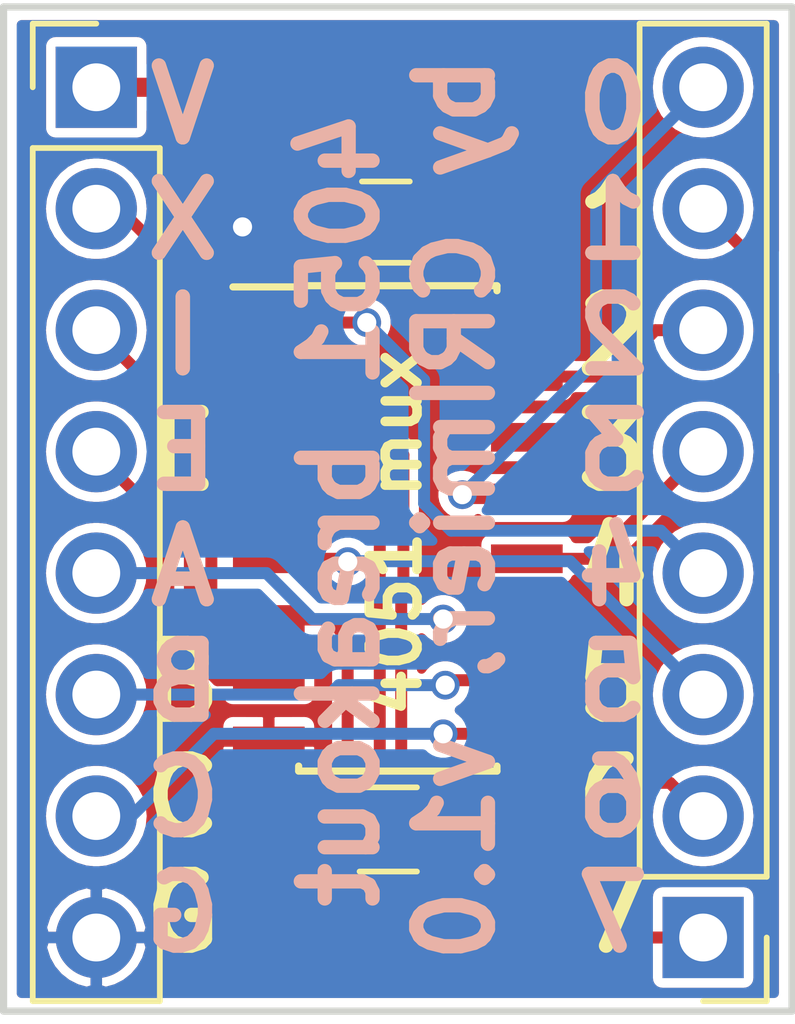
<source format=kicad_pcb>
(kicad_pcb (version 20171130) (host pcbnew "(5.1.2)-1")

  (general
    (thickness 1.6)
    (drawings 10)
    (tracks 90)
    (zones 0)
    (modules 5)
    (nets 17)
  )

  (page A4)
  (layers
    (0 F.Cu signal)
    (31 B.Cu signal)
    (32 B.Adhes user)
    (33 F.Adhes user)
    (34 B.Paste user)
    (35 F.Paste user)
    (36 B.SilkS user)
    (37 F.SilkS user)
    (38 B.Mask user)
    (39 F.Mask user)
    (40 Dwgs.User user)
    (41 Cmts.User user)
    (42 Eco1.User user)
    (43 Eco2.User user)
    (44 Edge.Cuts user)
    (45 Margin user)
    (46 B.CrtYd user)
    (47 F.CrtYd user)
    (48 B.Fab user hide)
    (49 F.Fab user hide)
  )

  (setup
    (last_trace_width 0.25)
    (user_trace_width 0.4)
    (trace_clearance 0.2)
    (zone_clearance 0.508)
    (zone_45_only no)
    (trace_min 0.2)
    (via_size 0.6)
    (via_drill 0.4)
    (via_min_size 0.4)
    (via_min_drill 0.3)
    (uvia_size 0.3)
    (uvia_drill 0.1)
    (uvias_allowed no)
    (uvia_min_size 0.2)
    (uvia_min_drill 0.1)
    (edge_width 0.15)
    (segment_width 0.2)
    (pcb_text_width 0.3)
    (pcb_text_size 1.5 1.5)
    (mod_edge_width 0.15)
    (mod_text_size 1 1)
    (mod_text_width 0.15)
    (pad_size 1.524 1.524)
    (pad_drill 0.762)
    (pad_to_mask_clearance 0.2)
    (aux_axis_origin 169.5 105)
    (visible_elements 7FFFFF7F)
    (pcbplotparams
      (layerselection 0x010fc_ffffffff)
      (usegerberextensions true)
      (usegerberattributes false)
      (usegerberadvancedattributes false)
      (creategerberjobfile false)
      (excludeedgelayer true)
      (linewidth 0.100000)
      (plotframeref false)
      (viasonmask false)
      (mode 1)
      (useauxorigin true)
      (hpglpennumber 1)
      (hpglpenspeed 20)
      (hpglpendiameter 15.000000)
      (psnegative false)
      (psa4output false)
      (plotreference false)
      (plotvalue false)
      (plotinvisibletext false)
      (padsonsilk false)
      (subtractmaskfromsilk false)
      (outputformat 1)
      (mirror false)
      (drillshape 0)
      (scaleselection 1)
      (outputdirectory "gerbers/"))
  )

  (net 0 "")
  (net 1 VDD)
  (net 2 VSS)
  (net 3 "Net-(J2-Pad1)")
  (net 4 "Net-(J2-Pad2)")
  (net 5 "Net-(J2-Pad3)")
  (net 6 "Net-(J2-Pad4)")
  (net 7 "Net-(J2-Pad5)")
  (net 8 "Net-(J2-Pad6)")
  (net 9 "Net-(J2-Pad7)")
  (net 10 "Net-(J2-Pad8)")
  (net 11 X)
  (net 12 I)
  (net 13 E)
  (net 14 A)
  (net 15 B)
  (net 16 C)

  (net_class Default "This is the default net class."
    (clearance 0.2)
    (trace_width 0.25)
    (via_dia 0.6)
    (via_drill 0.4)
    (uvia_dia 0.3)
    (uvia_drill 0.1)
    (add_net A)
    (add_net B)
    (add_net C)
    (add_net E)
    (add_net I)
    (add_net "Net-(J2-Pad1)")
    (add_net "Net-(J2-Pad2)")
    (add_net "Net-(J2-Pad3)")
    (add_net "Net-(J2-Pad4)")
    (add_net "Net-(J2-Pad5)")
    (add_net "Net-(J2-Pad6)")
    (add_net "Net-(J2-Pad7)")
    (add_net "Net-(J2-Pad8)")
    (add_net VDD)
    (add_net VSS)
    (add_net X)
  )

  (module Capacitors_SMD:C_0805_HandSoldering (layer F.Cu) (tedit 5CB45B2B) (tstamp 5CB45999)
    (at 161 109.5 180)
    (descr "Capacitor SMD 0805, hand soldering")
    (tags "capacitor 0805")
    (path /5CB459D1)
    (attr smd)
    (fp_text reference C1 (at 0 -1.75 180) (layer F.SilkS) hide
      (effects (font (size 1 1) (thickness 0.15)))
    )
    (fp_text value C_Small (at 0 1.75 180) (layer F.Fab) hide
      (effects (font (size 1 1) (thickness 0.15)))
    )
    (fp_text user %R (at 0 -1.75 180) (layer F.Fab)
      (effects (font (size 1 1) (thickness 0.15)))
    )
    (fp_line (start -1 0.62) (end -1 -0.62) (layer F.Fab) (width 0.1))
    (fp_line (start 1 0.62) (end -1 0.62) (layer F.Fab) (width 0.1))
    (fp_line (start 1 -0.62) (end 1 0.62) (layer F.Fab) (width 0.1))
    (fp_line (start -1 -0.62) (end 1 -0.62) (layer F.Fab) (width 0.1))
    (fp_line (start 0.5 -0.85) (end -0.5 -0.85) (layer F.SilkS) (width 0.12))
    (fp_line (start -0.5 0.85) (end 0.5 0.85) (layer F.SilkS) (width 0.12))
    (fp_line (start -2.25 -0.88) (end 2.25 -0.88) (layer F.CrtYd) (width 0.05))
    (fp_line (start -2.25 -0.88) (end -2.25 0.87) (layer F.CrtYd) (width 0.05))
    (fp_line (start 2.25 0.87) (end 2.25 -0.88) (layer F.CrtYd) (width 0.05))
    (fp_line (start 2.25 0.87) (end -2.25 0.87) (layer F.CrtYd) (width 0.05))
    (pad 1 smd rect (at -1.25 0 180) (size 1.5 1.25) (layers F.Cu F.Paste F.Mask)
      (net 1 VDD))
    (pad 2 smd rect (at 1.25 0 180) (size 1.5 1.25) (layers F.Cu F.Paste F.Mask)
      (net 2 VSS))
    (model Capacitors_SMD.3dshapes/C_0805.wrl
      (at (xyz 0 0 0))
      (scale (xyz 1 1 1))
      (rotate (xyz 0 0 0))
    )
  )

  (module Pin_Headers:Pin_Header_Straight_1x08_Pitch2.54mm (layer F.Cu) (tedit 5CB45B30) (tstamp 5CB459A5)
    (at 154.94 106.68)
    (descr "Through hole straight pin header, 1x08, 2.54mm pitch, single row")
    (tags "Through hole pin header THT 1x08 2.54mm single row")
    (path /5CB45973)
    (fp_text reference J1 (at 0 -2.33) (layer F.SilkS) hide
      (effects (font (size 1 1) (thickness 0.15)))
    )
    (fp_text value Conn_01x08 (at 0 20.11) (layer F.Fab)
      (effects (font (size 1 1) (thickness 0.15)))
    )
    (fp_line (start -0.635 -1.27) (end 1.27 -1.27) (layer F.Fab) (width 0.1))
    (fp_line (start 1.27 -1.27) (end 1.27 19.05) (layer F.Fab) (width 0.1))
    (fp_line (start 1.27 19.05) (end -1.27 19.05) (layer F.Fab) (width 0.1))
    (fp_line (start -1.27 19.05) (end -1.27 -0.635) (layer F.Fab) (width 0.1))
    (fp_line (start -1.27 -0.635) (end -0.635 -1.27) (layer F.Fab) (width 0.1))
    (fp_line (start -1.33 19.11) (end 1.33 19.11) (layer F.SilkS) (width 0.12))
    (fp_line (start -1.33 1.27) (end -1.33 19.11) (layer F.SilkS) (width 0.12))
    (fp_line (start 1.33 1.27) (end 1.33 19.11) (layer F.SilkS) (width 0.12))
    (fp_line (start -1.33 1.27) (end 1.33 1.27) (layer F.SilkS) (width 0.12))
    (fp_line (start -1.33 0) (end -1.33 -1.33) (layer F.SilkS) (width 0.12))
    (fp_line (start -1.33 -1.33) (end 0 -1.33) (layer F.SilkS) (width 0.12))
    (fp_line (start -1.8 -1.8) (end -1.8 19.55) (layer F.CrtYd) (width 0.05))
    (fp_line (start -1.8 19.55) (end 1.8 19.55) (layer F.CrtYd) (width 0.05))
    (fp_line (start 1.8 19.55) (end 1.8 -1.8) (layer F.CrtYd) (width 0.05))
    (fp_line (start 1.8 -1.8) (end -1.8 -1.8) (layer F.CrtYd) (width 0.05))
    (fp_text user %R (at 0 8.89 90) (layer F.Fab)
      (effects (font (size 1 1) (thickness 0.15)))
    )
    (pad 1 thru_hole rect (at 0 0) (size 1.7 1.7) (drill 1) (layers *.Cu *.Mask)
      (net 1 VDD))
    (pad 2 thru_hole oval (at 0 2.54) (size 1.7 1.7) (drill 1) (layers *.Cu *.Mask)
      (net 11 X))
    (pad 3 thru_hole oval (at 0 5.08) (size 1.7 1.7) (drill 1) (layers *.Cu *.Mask)
      (net 12 I))
    (pad 4 thru_hole oval (at 0 7.62) (size 1.7 1.7) (drill 1) (layers *.Cu *.Mask)
      (net 13 E))
    (pad 5 thru_hole oval (at 0 10.16) (size 1.7 1.7) (drill 1) (layers *.Cu *.Mask)
      (net 14 A))
    (pad 6 thru_hole oval (at 0 12.7) (size 1.7 1.7) (drill 1) (layers *.Cu *.Mask)
      (net 15 B))
    (pad 7 thru_hole oval (at 0 15.24) (size 1.7 1.7) (drill 1) (layers *.Cu *.Mask)
      (net 16 C))
    (pad 8 thru_hole oval (at 0 17.78) (size 1.7 1.7) (drill 1) (layers *.Cu *.Mask)
      (net 2 VSS))
    (model ${KISYS3DMOD}/Pin_Headers.3dshapes/Pin_Header_Straight_1x08_Pitch2.54mm.wrl
      (at (xyz 0 0 0))
      (scale (xyz 1 1 1))
      (rotate (xyz 0 0 0))
    )
  )

  (module Pin_Headers:Pin_Header_Straight_1x08_Pitch2.54mm (layer F.Cu) (tedit 5CB45B34) (tstamp 5CB459B1)
    (at 167.64 124.46 180)
    (descr "Through hole straight pin header, 1x08, 2.54mm pitch, single row")
    (tags "Through hole pin header THT 1x08 2.54mm single row")
    (path /5CB45923)
    (fp_text reference J2 (at 0 -2.33 180) (layer F.SilkS) hide
      (effects (font (size 1 1) (thickness 0.15)))
    )
    (fp_text value Conn_01x08 (at 0 20.11 180) (layer F.Fab)
      (effects (font (size 1 1) (thickness 0.15)))
    )
    (fp_line (start -0.635 -1.27) (end 1.27 -1.27) (layer F.Fab) (width 0.1))
    (fp_line (start 1.27 -1.27) (end 1.27 19.05) (layer F.Fab) (width 0.1))
    (fp_line (start 1.27 19.05) (end -1.27 19.05) (layer F.Fab) (width 0.1))
    (fp_line (start -1.27 19.05) (end -1.27 -0.635) (layer F.Fab) (width 0.1))
    (fp_line (start -1.27 -0.635) (end -0.635 -1.27) (layer F.Fab) (width 0.1))
    (fp_line (start -1.33 19.11) (end 1.33 19.11) (layer F.SilkS) (width 0.12))
    (fp_line (start -1.33 1.27) (end -1.33 19.11) (layer F.SilkS) (width 0.12))
    (fp_line (start 1.33 1.27) (end 1.33 19.11) (layer F.SilkS) (width 0.12))
    (fp_line (start -1.33 1.27) (end 1.33 1.27) (layer F.SilkS) (width 0.12))
    (fp_line (start -1.33 0) (end -1.33 -1.33) (layer F.SilkS) (width 0.12))
    (fp_line (start -1.33 -1.33) (end 0 -1.33) (layer F.SilkS) (width 0.12))
    (fp_line (start -1.8 -1.8) (end -1.8 19.55) (layer F.CrtYd) (width 0.05))
    (fp_line (start -1.8 19.55) (end 1.8 19.55) (layer F.CrtYd) (width 0.05))
    (fp_line (start 1.8 19.55) (end 1.8 -1.8) (layer F.CrtYd) (width 0.05))
    (fp_line (start 1.8 -1.8) (end -1.8 -1.8) (layer F.CrtYd) (width 0.05))
    (fp_text user %R (at 0 8.89 270) (layer F.Fab)
      (effects (font (size 1 1) (thickness 0.15)))
    )
    (pad 1 thru_hole rect (at 0 0 180) (size 1.7 1.7) (drill 1) (layers *.Cu *.Mask)
      (net 3 "Net-(J2-Pad1)"))
    (pad 2 thru_hole oval (at 0 2.54 180) (size 1.7 1.7) (drill 1) (layers *.Cu *.Mask)
      (net 4 "Net-(J2-Pad2)"))
    (pad 3 thru_hole oval (at 0 5.08 180) (size 1.7 1.7) (drill 1) (layers *.Cu *.Mask)
      (net 5 "Net-(J2-Pad3)"))
    (pad 4 thru_hole oval (at 0 7.62 180) (size 1.7 1.7) (drill 1) (layers *.Cu *.Mask)
      (net 6 "Net-(J2-Pad4)"))
    (pad 5 thru_hole oval (at 0 10.16 180) (size 1.7 1.7) (drill 1) (layers *.Cu *.Mask)
      (net 7 "Net-(J2-Pad5)"))
    (pad 6 thru_hole oval (at 0 12.7 180) (size 1.7 1.7) (drill 1) (layers *.Cu *.Mask)
      (net 8 "Net-(J2-Pad6)"))
    (pad 7 thru_hole oval (at 0 15.24 180) (size 1.7 1.7) (drill 1) (layers *.Cu *.Mask)
      (net 9 "Net-(J2-Pad7)"))
    (pad 8 thru_hole oval (at 0 17.78 180) (size 1.7 1.7) (drill 1) (layers *.Cu *.Mask)
      (net 10 "Net-(J2-Pad8)"))
    (model ${KISYS3DMOD}/Pin_Headers.3dshapes/Pin_Header_Straight_1x08_Pitch2.54mm.wrl
      (at (xyz 0 0 0))
      (scale (xyz 1 1 1))
      (rotate (xyz 0 0 0))
    )
  )

  (module Resistors_SMD:R_0805_HandSoldering (layer F.Cu) (tedit 5CB45B37) (tstamp 5CB459B7)
    (at 161.05 122.2)
    (descr "Resistor SMD 0805, hand soldering")
    (tags "resistor 0805")
    (path /5CB45D66)
    (attr smd)
    (fp_text reference R1 (at 0 -1.7) (layer F.SilkS) hide
      (effects (font (size 1 1) (thickness 0.15)))
    )
    (fp_text value 10K (at 0 1.75) (layer F.Fab)
      (effects (font (size 1 1) (thickness 0.15)))
    )
    (fp_text user %R (at 0 0) (layer F.Fab)
      (effects (font (size 0.5 0.5) (thickness 0.075)))
    )
    (fp_line (start -1 0.62) (end -1 -0.62) (layer F.Fab) (width 0.1))
    (fp_line (start 1 0.62) (end -1 0.62) (layer F.Fab) (width 0.1))
    (fp_line (start 1 -0.62) (end 1 0.62) (layer F.Fab) (width 0.1))
    (fp_line (start -1 -0.62) (end 1 -0.62) (layer F.Fab) (width 0.1))
    (fp_line (start 0.6 0.88) (end -0.6 0.88) (layer F.SilkS) (width 0.12))
    (fp_line (start -0.6 -0.88) (end 0.6 -0.88) (layer F.SilkS) (width 0.12))
    (fp_line (start -2.35 -0.9) (end 2.35 -0.9) (layer F.CrtYd) (width 0.05))
    (fp_line (start -2.35 -0.9) (end -2.35 0.9) (layer F.CrtYd) (width 0.05))
    (fp_line (start 2.35 0.9) (end 2.35 -0.9) (layer F.CrtYd) (width 0.05))
    (fp_line (start 2.35 0.9) (end -2.35 0.9) (layer F.CrtYd) (width 0.05))
    (pad 1 smd rect (at -1.35 0) (size 1.5 1.3) (layers F.Cu F.Paste F.Mask)
      (net 12 I))
    (pad 2 smd rect (at 1.35 0) (size 1.5 1.3) (layers F.Cu F.Paste F.Mask)
      (net 2 VSS))
    (model ${KISYS3DMOD}/Resistors_SMD.3dshapes/R_0805.wrl
      (at (xyz 0 0 0))
      (scale (xyz 1 1 1))
      (rotate (xyz 0 0 0))
    )
  )

  (module Housings_SOIC:SOIC-16_3.9x9.9mm_Pitch1.27mm (layer F.Cu) (tedit 5CB4632C) (tstamp 5CB4630B)
    (at 161.25 115.905)
    (descr "16-Lead Plastic Small Outline (SL) - Narrow, 3.90 mm Body [SOIC] (see Microchip Packaging Specification 00000049BS.pdf)")
    (tags "SOIC 1.27")
    (path /5CB45804)
    (attr smd)
    (fp_text reference U2 (at 0 -6) (layer F.SilkS) hide
      (effects (font (size 1 1) (thickness 0.15)))
    )
    (fp_text value 4051 (at 0 6) (layer F.Fab)
      (effects (font (size 1 1) (thickness 0.15)))
    )
    (fp_text user %R (at 0 0) (layer F.Fab)
      (effects (font (size 0.9 0.9) (thickness 0.135)))
    )
    (fp_line (start -0.95 -4.95) (end 1.95 -4.95) (layer F.Fab) (width 0.15))
    (fp_line (start 1.95 -4.95) (end 1.95 4.95) (layer F.Fab) (width 0.15))
    (fp_line (start 1.95 4.95) (end -1.95 4.95) (layer F.Fab) (width 0.15))
    (fp_line (start -1.95 4.95) (end -1.95 -3.95) (layer F.Fab) (width 0.15))
    (fp_line (start -1.95 -3.95) (end -0.95 -4.95) (layer F.Fab) (width 0.15))
    (fp_line (start -3.7 -5.25) (end -3.7 5.25) (layer F.CrtYd) (width 0.05))
    (fp_line (start 3.7 -5.25) (end 3.7 5.25) (layer F.CrtYd) (width 0.05))
    (fp_line (start -3.7 -5.25) (end 3.7 -5.25) (layer F.CrtYd) (width 0.05))
    (fp_line (start -3.7 5.25) (end 3.7 5.25) (layer F.CrtYd) (width 0.05))
    (fp_line (start -2.075 -5.075) (end -2.075 -5.05) (layer F.SilkS) (width 0.15))
    (fp_line (start 2.075 -5.075) (end 2.075 -4.97) (layer F.SilkS) (width 0.15))
    (fp_line (start 2.075 5.075) (end 2.075 4.97) (layer F.SilkS) (width 0.15))
    (fp_line (start -2.075 5.075) (end -2.075 4.97) (layer F.SilkS) (width 0.15))
    (fp_line (start -2.075 -5.075) (end 2.075 -5.075) (layer F.SilkS) (width 0.15))
    (fp_line (start -2.075 5.075) (end 2.075 5.075) (layer F.SilkS) (width 0.15))
    (fp_line (start -2.075 -5.05) (end -3.45 -5.05) (layer F.SilkS) (width 0.15))
    (pad 1 smd rect (at -2.7 -4.445) (size 1.5 0.6) (layers F.Cu F.Paste F.Mask)
      (net 6 "Net-(J2-Pad4)"))
    (pad 2 smd rect (at -2.7 -3.175) (size 1.5 0.6) (layers F.Cu F.Paste F.Mask)
      (net 4 "Net-(J2-Pad2)"))
    (pad 3 smd rect (at -2.7 -1.905) (size 1.5 0.6) (layers F.Cu F.Paste F.Mask)
      (net 11 X))
    (pad 4 smd rect (at -2.7 -0.635) (size 1.5 0.6) (layers F.Cu F.Paste F.Mask)
      (net 3 "Net-(J2-Pad1)"))
    (pad 5 smd rect (at -2.7 0.635) (size 1.5 0.6) (layers F.Cu F.Paste F.Mask)
      (net 5 "Net-(J2-Pad3)"))
    (pad 6 smd rect (at -2.7 1.905) (size 1.5 0.6) (layers F.Cu F.Paste F.Mask)
      (net 12 I))
    (pad 7 smd rect (at -2.7 3.175) (size 1.5 0.6) (layers F.Cu F.Paste F.Mask)
      (net 13 E))
    (pad 8 smd rect (at -2.7 4.445) (size 1.5 0.6) (layers F.Cu F.Paste F.Mask)
      (net 2 VSS))
    (pad 9 smd rect (at 2.7 4.445) (size 1.5 0.6) (layers F.Cu F.Paste F.Mask)
      (net 16 C))
    (pad 10 smd rect (at 2.7 3.175) (size 1.5 0.6) (layers F.Cu F.Paste F.Mask)
      (net 15 B))
    (pad 11 smd rect (at 2.7 1.905) (size 1.5 0.6) (layers F.Cu F.Paste F.Mask)
      (net 14 A))
    (pad 12 smd rect (at 2.7 0.635) (size 1.5 0.6) (layers F.Cu F.Paste F.Mask)
      (net 7 "Net-(J2-Pad5)"))
    (pad 13 smd rect (at 2.7 -0.635) (size 1.5 0.6) (layers F.Cu F.Paste F.Mask)
      (net 10 "Net-(J2-Pad8)"))
    (pad 14 smd rect (at 2.7 -1.905) (size 1.5 0.6) (layers F.Cu F.Paste F.Mask)
      (net 9 "Net-(J2-Pad7)"))
    (pad 15 smd rect (at 2.7 -3.175) (size 1.5 0.6) (layers F.Cu F.Paste F.Mask)
      (net 8 "Net-(J2-Pad6)"))
    (pad 16 smd rect (at 2.7 -4.445) (size 1.5 0.6) (layers F.Cu F.Paste F.Mask)
      (net 1 VDD))
    (model ${KISYS3DMOD}/Housings_SOIC.3dshapes/SOIC-16_3.9x9.9mm_Pitch1.27mm.wrl
      (at (xyz 0 0 0))
      (scale (xyz 1 1 1))
      (rotate (xyz 0 0 0))
    )
  )

  (gr_text "0\n1\n2\n3\n4\n5\n6\n7" (at 165.75 115.5) (layer B.SilkS) (tstamp 5CB4647A)
    (effects (font (size 1.5 1.5) (thickness 0.3)) (justify mirror))
  )
  (gr_text "V\nX\nI\nE\nA\nB\nC\nG" (at 156.75 115.5) (layer B.SilkS) (tstamp 5CB46475)
    (effects (font (size 1.5 1.5) (thickness 0.3)) (justify mirror))
  )
  (gr_text "4051 breakout\nby CRImier, v1.0" (at 161.25 115.5 90) (layer B.SilkS)
    (effects (font (size 1.5 1.5) (thickness 0.3)) (justify mirror))
  )
  (gr_text "4051 mux" (at 161.2 116 90) (layer F.SilkS)
    (effects (font (size 1 1) (thickness 0.2)))
  )
  (gr_text "V\nX\nI\nE\nA\nB\nC\nG" (at 156.75 115.5) (layer F.SilkS)
    (effects (font (size 1.5 1.5) (thickness 0.3)))
  )
  (gr_text "0\n1\n2\n3\n4\n5\n6\n7" (at 165.75 115.5) (layer F.SilkS)
    (effects (font (size 1.5 1.5) (thickness 0.3)))
  )
  (gr_line (start 153 126) (end 153 105) (layer Edge.Cuts) (width 0.15))
  (gr_line (start 169.5 126) (end 153 126) (layer Edge.Cuts) (width 0.15))
  (gr_line (start 169.5 105) (end 169.5 126) (layer Edge.Cuts) (width 0.15))
  (gr_line (start 153 105) (end 169.5 105) (layer Edge.Cuts) (width 0.15))

  (segment (start 163.95 111.46) (end 163.95 111.2) (width 0.4) (layer F.Cu) (net 1))
  (segment (start 163.95 111.2) (end 162.25 109.5) (width 0.4) (layer F.Cu) (net 1))
  (segment (start 154.94 106.68) (end 159.43 106.68) (width 0.4) (layer F.Cu) (net 1))
  (segment (start 159.43 106.68) (end 162.25 109.5) (width 0.4) (layer F.Cu) (net 1))
  (segment (start 159.75 109.5) (end 158.1 109.5) (width 0.25) (layer F.Cu) (net 2))
  (via (at 158 109.6) (size 0.6) (drill 0.4) (layers F.Cu B.Cu) (net 2))
  (segment (start 158.1 109.5) (end 158 109.6) (width 0.25) (layer F.Cu) (net 2))
  (segment (start 160.871854 116.154126) (end 159.987728 115.27) (width 0.25) (layer F.Cu) (net 3))
  (segment (start 167.64 124.46) (end 161.66 124.46) (width 0.25) (layer F.Cu) (net 3))
  (segment (start 160.871854 123.671854) (end 160.871854 116.154126) (width 0.25) (layer F.Cu) (net 3))
  (segment (start 161.66 124.46) (end 160.871854 123.671854) (width 0.25) (layer F.Cu) (net 3))
  (segment (start 159.987728 115.27) (end 158.55 115.27) (width 0.25) (layer F.Cu) (net 3))
  (segment (start 161.321865 120.721865) (end 161.321865 117.253943) (width 0.25) (layer F.Cu) (net 4))
  (segment (start 161.321865 117.253943) (end 161.36699 117.208818) (width 0.25) (layer F.Cu) (net 4))
  (segment (start 167.64 121.92) (end 166.944999 121.224999) (width 0.25) (layer F.Cu) (net 4))
  (segment (start 166.944999 121.224999) (end 161.824999 121.224999) (width 0.25) (layer F.Cu) (net 4))
  (segment (start 161.824999 121.224999) (end 161.321865 120.721865) (width 0.25) (layer F.Cu) (net 4))
  (segment (start 161.36699 117.208818) (end 161.36699 114.36699) (width 0.25) (layer F.Cu) (net 4))
  (segment (start 161.36699 114.36699) (end 159.73 112.73) (width 0.25) (layer F.Cu) (net 4))
  (segment (start 159.73 112.73) (end 158.55 112.73) (width 0.25) (layer F.Cu) (net 4))
  (segment (start 167.64 119.38) (end 164.851175 116.591175) (width 0.25) (layer B.Cu) (net 5))
  (segment (start 164.851175 116.591175) (end 160.211214 116.591175) (width 0.25) (layer B.Cu) (net 5))
  (segment (start 160.211214 116.591175) (end 160.202712 116.599677) (width 0.25) (layer B.Cu) (net 5))
  (segment (start 160.143035 116.54) (end 160.202712 116.599677) (width 0.25) (layer F.Cu) (net 5))
  (via (at 160.202712 116.599677) (size 0.6) (drill 0.4) (layers F.Cu B.Cu) (net 5))
  (segment (start 158.55 116.54) (end 160.143035 116.54) (width 0.25) (layer F.Cu) (net 5))
  (segment (start 167.64 116.84) (end 166.752506 115.952506) (width 0.25) (layer B.Cu) (net 6))
  (segment (start 162.367386 115.952506) (end 161.8 115.38512) (width 0.25) (layer B.Cu) (net 6))
  (segment (start 166.752506 115.952506) (end 162.367386 115.952506) (width 0.25) (layer B.Cu) (net 6))
  (segment (start 161.8 115.38512) (end 161.8 112.8) (width 0.25) (layer B.Cu) (net 6))
  (segment (start 161.8 112.8) (end 160.6 111.6) (width 0.25) (layer B.Cu) (net 6))
  (segment (start 160.6 111.6) (end 158.69 111.6) (width 0.25) (layer F.Cu) (net 6))
  (segment (start 158.69 111.6) (end 158.55 111.46) (width 0.25) (layer F.Cu) (net 6))
  (via (at 160.6 111.6) (size 0.6) (drill 0.4) (layers F.Cu B.Cu) (net 6))
  (segment (start 163.95 116.54) (end 165.4 116.54) (width 0.25) (layer F.Cu) (net 7))
  (segment (start 165.4 116.54) (end 167.64 114.3) (width 0.25) (layer F.Cu) (net 7))
  (segment (start 165.67 112.73) (end 166.64 111.76) (width 0.25) (layer F.Cu) (net 8))
  (segment (start 166.64 111.76) (end 167.64 111.76) (width 0.25) (layer F.Cu) (net 8))
  (segment (start 163.95 112.73) (end 165.67 112.73) (width 0.25) (layer F.Cu) (net 8))
  (segment (start 167.64 109.22) (end 168.815001 110.395001) (width 0.25) (layer F.Cu) (net 9))
  (segment (start 168.815001 110.395001) (end 168.815001 112.384999) (width 0.25) (layer F.Cu) (net 9))
  (segment (start 168.815001 112.384999) (end 168.075001 113.124999) (width 0.25) (layer F.Cu) (net 9))
  (segment (start 168.075001 113.124999) (end 165.911411 113.124999) (width 0.25) (layer F.Cu) (net 9))
  (segment (start 165.911411 113.124999) (end 165.03641 114) (width 0.25) (layer F.Cu) (net 9))
  (segment (start 165.03641 114) (end 163.95 114) (width 0.25) (layer F.Cu) (net 9))
  (segment (start 165.4 112.4) (end 165.4 108.92) (width 0.25) (layer B.Cu) (net 10))
  (segment (start 165.4 108.92) (end 167.64 106.68) (width 0.25) (layer B.Cu) (net 10))
  (segment (start 162.6 115.2) (end 165.4 112.4) (width 0.25) (layer B.Cu) (net 10))
  (segment (start 163.95 115.27) (end 162.67 115.27) (width 0.25) (layer F.Cu) (net 10))
  (segment (start 162.67 115.27) (end 162.6 115.2) (width 0.25) (layer F.Cu) (net 10))
  (via (at 162.6 115.2) (size 0.6) (drill 0.4) (layers F.Cu B.Cu) (net 10))
  (segment (start 154.94 109.22) (end 155.42 109.22) (width 0.25) (layer F.Cu) (net 11))
  (segment (start 155.42 109.22) (end 157.2 111) (width 0.25) (layer F.Cu) (net 11))
  (segment (start 157.2 113.8) (end 157.4 114) (width 0.25) (layer F.Cu) (net 11))
  (segment (start 157.2 111) (end 157.2 113.8) (width 0.25) (layer F.Cu) (net 11))
  (segment (start 157.4 114) (end 158.55 114) (width 0.25) (layer F.Cu) (net 11))
  (segment (start 160.2 118.2) (end 159.81 117.81) (width 0.25) (layer F.Cu) (net 12))
  (segment (start 159.81 117.81) (end 158.55 117.81) (width 0.25) (layer F.Cu) (net 12))
  (segment (start 160.2 120.8) (end 160.2 118.2) (width 0.25) (layer F.Cu) (net 12))
  (segment (start 159.7 121.3) (end 160.2 120.8) (width 0.25) (layer F.Cu) (net 12))
  (segment (start 159.7 122.2) (end 159.7 121.3) (width 0.25) (layer F.Cu) (net 12))
  (segment (start 156.2 113.43641) (end 156.2 113.02) (width 0.25) (layer F.Cu) (net 12))
  (segment (start 156.2 113.02) (end 154.94 111.76) (width 0.25) (layer F.Cu) (net 12))
  (segment (start 157.348314 117.748314) (end 157.348314 114.584724) (width 0.25) (layer F.Cu) (net 12))
  (segment (start 157.348314 114.584724) (end 156.2 113.43641) (width 0.25) (layer F.Cu) (net 12))
  (segment (start 158.55 117.81) (end 157.41 117.81) (width 0.25) (layer F.Cu) (net 12))
  (segment (start 157.41 117.81) (end 157.348314 117.748314) (width 0.25) (layer F.Cu) (net 12))
  (segment (start 154.94 114.3) (end 154.94 114.34) (width 0.25) (layer F.Cu) (net 13))
  (segment (start 156.898304 118.498304) (end 157.48 119.08) (width 0.25) (layer F.Cu) (net 13))
  (segment (start 154.94 114.34) (end 156.898304 116.298304) (width 0.25) (layer F.Cu) (net 13))
  (segment (start 156.898304 116.298304) (end 156.898304 118.498304) (width 0.25) (layer F.Cu) (net 13))
  (segment (start 157.48 119.08) (end 158.55 119.08) (width 0.25) (layer F.Cu) (net 13))
  (segment (start 154.94 116.84) (end 158.501524 116.84) (width 0.25) (layer B.Cu) (net 14))
  (segment (start 158.501524 116.84) (end 159.461524 117.8) (width 0.25) (layer B.Cu) (net 14))
  (segment (start 159.461524 117.8) (end 162.2 117.8) (width 0.25) (layer B.Cu) (net 14))
  (segment (start 162.2 117.8) (end 163.94 117.8) (width 0.25) (layer F.Cu) (net 14))
  (segment (start 163.94 117.8) (end 163.95 117.81) (width 0.25) (layer F.Cu) (net 14))
  (via (at 162.2 117.8) (size 0.6) (drill 0.4) (layers F.Cu B.Cu) (net 14))
  (segment (start 160.017116 119.182884) (end 162.243029 119.182884) (width 0.25) (layer B.Cu) (net 15))
  (segment (start 154.94 119.38) (end 159.82 119.38) (width 0.25) (layer B.Cu) (net 15))
  (segment (start 162.345913 119.08) (end 162.243029 119.182884) (width 0.25) (layer F.Cu) (net 15))
  (segment (start 163.95 119.08) (end 162.345913 119.08) (width 0.25) (layer F.Cu) (net 15))
  (segment (start 159.82 119.38) (end 160.017116 119.182884) (width 0.25) (layer B.Cu) (net 15))
  (via (at 162.243029 119.182884) (size 0.6) (drill 0.4) (layers F.Cu B.Cu) (net 15))
  (segment (start 162.2 120.2) (end 163.8 120.2) (width 0.25) (layer F.Cu) (net 16))
  (segment (start 163.8 120.2) (end 163.95 120.35) (width 0.25) (layer F.Cu) (net 16))
  (segment (start 155.68 121.92) (end 157.4 120.2) (width 0.25) (layer B.Cu) (net 16))
  (segment (start 157.4 120.2) (end 162.2 120.2) (width 0.25) (layer B.Cu) (net 16))
  (via (at 162.2 120.2) (size 0.6) (drill 0.4) (layers F.Cu B.Cu) (net 16))
  (segment (start 154.94 121.92) (end 155.68 121.92) (width 0.25) (layer B.Cu) (net 16))

  (zone (net 2) (net_name VSS) (layer F.Cu) (tstamp 0) (hatch edge 0.508)
    (connect_pads (clearance 0.2))
    (min_thickness 0.2)
    (fill yes (arc_segments 16) (thermal_gap 0.2) (thermal_bridge_width 0.24))
    (polygon
      (pts
        (xy 153 105) (xy 169.5 105) (xy 169.5 126) (xy 153 126)
      )
    )
    (filled_polygon
      (pts
        (xy 169.125 110.102806) (xy 169.116975 110.093027) (xy 169.100764 110.079723) (xy 168.699121 109.678081) (xy 168.707602 109.662215)
        (xy 168.77336 109.445439) (xy 168.795564 109.22) (xy 168.77336 108.994561) (xy 168.707602 108.777785) (xy 168.600816 108.578003)
        (xy 168.457107 108.402893) (xy 168.281997 108.259184) (xy 168.082215 108.152398) (xy 167.865439 108.08664) (xy 167.696492 108.07)
        (xy 167.583508 108.07) (xy 167.414561 108.08664) (xy 167.197785 108.152398) (xy 166.998003 108.259184) (xy 166.822893 108.402893)
        (xy 166.679184 108.578003) (xy 166.572398 108.777785) (xy 166.50664 108.994561) (xy 166.484436 109.22) (xy 166.50664 109.445439)
        (xy 166.572398 109.662215) (xy 166.679184 109.861997) (xy 166.822893 110.037107) (xy 166.998003 110.180816) (xy 167.197785 110.287602)
        (xy 167.414561 110.35336) (xy 167.583508 110.37) (xy 167.696492 110.37) (xy 167.865439 110.35336) (xy 168.082215 110.287602)
        (xy 168.098081 110.279121) (xy 168.390001 110.571042) (xy 168.390001 110.887821) (xy 168.281997 110.799184) (xy 168.082215 110.692398)
        (xy 167.865439 110.62664) (xy 167.696492 110.61) (xy 167.583508 110.61) (xy 167.414561 110.62664) (xy 167.197785 110.692398)
        (xy 166.998003 110.799184) (xy 166.822893 110.942893) (xy 166.679184 111.118003) (xy 166.572398 111.317785) (xy 166.565576 111.340274)
        (xy 166.565098 111.340321) (xy 166.556685 111.34115) (xy 166.532383 111.348522) (xy 166.476573 111.365452) (xy 166.40274 111.404916)
        (xy 166.338026 111.458026) (xy 166.324721 111.474238) (xy 165.49396 112.305) (xy 164.973351 112.305) (xy 164.950647 112.262523)
        (xy 164.913158 112.216842) (xy 164.867477 112.179353) (xy 164.81536 112.151496) (xy 164.75881 112.134341) (xy 164.7 112.128549)
        (xy 163.2 112.128549) (xy 163.14119 112.134341) (xy 163.08464 112.151496) (xy 163.032523 112.179353) (xy 162.986842 112.216842)
        (xy 162.949353 112.262523) (xy 162.921496 112.31464) (xy 162.904341 112.37119) (xy 162.898549 112.43) (xy 162.898549 113.03)
        (xy 162.904341 113.08881) (xy 162.921496 113.14536) (xy 162.949353 113.197477) (xy 162.986842 113.243158) (xy 163.032523 113.280647)
        (xy 163.08464 113.308504) (xy 163.14119 113.325659) (xy 163.2 113.331451) (xy 164.7 113.331451) (xy 164.75881 113.325659)
        (xy 164.81536 113.308504) (xy 164.867477 113.280647) (xy 164.913158 113.243158) (xy 164.950647 113.197477) (xy 164.973351 113.155)
        (xy 165.280369 113.155) (xy 164.929101 113.506269) (xy 164.913158 113.486842) (xy 164.867477 113.449353) (xy 164.81536 113.421496)
        (xy 164.75881 113.404341) (xy 164.7 113.398549) (xy 163.2 113.398549) (xy 163.14119 113.404341) (xy 163.08464 113.421496)
        (xy 163.032523 113.449353) (xy 162.986842 113.486842) (xy 162.949353 113.532523) (xy 162.921496 113.58464) (xy 162.904341 113.64119)
        (xy 162.898549 113.7) (xy 162.898549 114.3) (xy 162.904341 114.35881) (xy 162.921496 114.41536) (xy 162.949353 114.467477)
        (xy 162.986842 114.513158) (xy 163.032523 114.550647) (xy 163.08464 114.578504) (xy 163.14119 114.595659) (xy 163.2 114.601451)
        (xy 164.7 114.601451) (xy 164.75881 114.595659) (xy 164.81536 114.578504) (xy 164.867477 114.550647) (xy 164.913158 114.513158)
        (xy 164.950647 114.467477) (xy 164.973351 114.425) (xy 165.015543 114.425) (xy 165.03641 114.427055) (xy 165.057277 114.425)
        (xy 165.057284 114.425) (xy 165.119724 114.41885) (xy 165.199837 114.394548) (xy 165.27367 114.355084) (xy 165.338384 114.301974)
        (xy 165.351693 114.285757) (xy 166.087452 113.549999) (xy 166.767821 113.549999) (xy 166.679184 113.658003) (xy 166.572398 113.857785)
        (xy 166.50664 114.074561) (xy 166.484436 114.3) (xy 166.50664 114.525439) (xy 166.572398 114.742215) (xy 166.580878 114.758081)
        (xy 165.22396 116.115) (xy 164.973351 116.115) (xy 164.950647 116.072523) (xy 164.913158 116.026842) (xy 164.867477 115.989353)
        (xy 164.81536 115.961496) (xy 164.75881 115.944341) (xy 164.7 115.938549) (xy 163.2 115.938549) (xy 163.14119 115.944341)
        (xy 163.08464 115.961496) (xy 163.032523 115.989353) (xy 162.986842 116.026842) (xy 162.949353 116.072523) (xy 162.921496 116.12464)
        (xy 162.904341 116.18119) (xy 162.898549 116.24) (xy 162.898549 116.84) (xy 162.904341 116.89881) (xy 162.921496 116.95536)
        (xy 162.949353 117.007477) (xy 162.986842 117.053158) (xy 163.032523 117.090647) (xy 163.08464 117.118504) (xy 163.14119 117.135659)
        (xy 163.2 117.141451) (xy 164.7 117.141451) (xy 164.75881 117.135659) (xy 164.81536 117.118504) (xy 164.867477 117.090647)
        (xy 164.913158 117.053158) (xy 164.950647 117.007477) (xy 164.973351 116.965) (xy 165.379133 116.965) (xy 165.4 116.967055)
        (xy 165.420867 116.965) (xy 165.420874 116.965) (xy 165.483314 116.95885) (xy 165.563427 116.934548) (xy 165.63726 116.895084)
        (xy 165.701974 116.841974) (xy 165.703594 116.84) (xy 166.484436 116.84) (xy 166.50664 117.065439) (xy 166.572398 117.282215)
        (xy 166.679184 117.481997) (xy 166.822893 117.657107) (xy 166.998003 117.800816) (xy 167.197785 117.907602) (xy 167.414561 117.97336)
        (xy 167.583508 117.99) (xy 167.696492 117.99) (xy 167.865439 117.97336) (xy 168.082215 117.907602) (xy 168.281997 117.800816)
        (xy 168.457107 117.657107) (xy 168.600816 117.481997) (xy 168.707602 117.282215) (xy 168.77336 117.065439) (xy 168.795564 116.84)
        (xy 168.77336 116.614561) (xy 168.707602 116.397785) (xy 168.600816 116.198003) (xy 168.457107 116.022893) (xy 168.281997 115.879184)
        (xy 168.082215 115.772398) (xy 167.865439 115.70664) (xy 167.696492 115.69) (xy 167.583508 115.69) (xy 167.414561 115.70664)
        (xy 167.197785 115.772398) (xy 166.998003 115.879184) (xy 166.822893 116.022893) (xy 166.679184 116.198003) (xy 166.572398 116.397785)
        (xy 166.50664 116.614561) (xy 166.484436 116.84) (xy 165.703594 116.84) (xy 165.715283 116.825757) (xy 167.181919 115.359122)
        (xy 167.197785 115.367602) (xy 167.414561 115.43336) (xy 167.583508 115.45) (xy 167.696492 115.45) (xy 167.865439 115.43336)
        (xy 168.082215 115.367602) (xy 168.281997 115.260816) (xy 168.457107 115.117107) (xy 168.600816 114.941997) (xy 168.707602 114.742215)
        (xy 168.77336 114.525439) (xy 168.795564 114.3) (xy 168.77336 114.074561) (xy 168.707602 113.857785) (xy 168.600816 113.658003)
        (xy 168.457107 113.482893) (xy 168.381802 113.421092) (xy 168.390284 113.410756) (xy 169.100763 112.700278) (xy 169.116975 112.686973)
        (xy 169.125 112.677194) (xy 169.125001 125.625) (xy 153.375 125.625) (xy 153.375 124.659626) (xy 153.807459 124.659626)
        (xy 153.817276 124.708974) (xy 153.887421 124.923223) (xy 153.998016 125.11967) (xy 154.144811 125.290767) (xy 154.322165 125.429938)
        (xy 154.523262 125.531835) (xy 154.740374 125.592542) (xy 154.92 125.534827) (xy 154.92 124.48) (xy 154.96 124.48)
        (xy 154.96 125.534827) (xy 155.139626 125.592542) (xy 155.356738 125.531835) (xy 155.557835 125.429938) (xy 155.735189 125.290767)
        (xy 155.881984 125.11967) (xy 155.992579 124.923223) (xy 156.062724 124.708974) (xy 156.072541 124.659626) (xy 156.014814 124.48)
        (xy 154.96 124.48) (xy 154.92 124.48) (xy 153.865186 124.48) (xy 153.807459 124.659626) (xy 153.375 124.659626)
        (xy 153.375 124.260374) (xy 153.807459 124.260374) (xy 153.865186 124.44) (xy 154.92 124.44) (xy 154.92 123.385173)
        (xy 154.96 123.385173) (xy 154.96 124.44) (xy 156.014814 124.44) (xy 156.072541 124.260374) (xy 156.062724 124.211026)
        (xy 155.992579 123.996777) (xy 155.881984 123.80033) (xy 155.735189 123.629233) (xy 155.557835 123.490062) (xy 155.356738 123.388165)
        (xy 155.139626 123.327458) (xy 154.96 123.385173) (xy 154.92 123.385173) (xy 154.740374 123.327458) (xy 154.523262 123.388165)
        (xy 154.322165 123.490062) (xy 154.144811 123.629233) (xy 153.998016 123.80033) (xy 153.887421 123.996777) (xy 153.817276 124.211026)
        (xy 153.807459 124.260374) (xy 153.375 124.260374) (xy 153.375 121.92) (xy 153.784436 121.92) (xy 153.80664 122.145439)
        (xy 153.872398 122.362215) (xy 153.979184 122.561997) (xy 154.122893 122.737107) (xy 154.298003 122.880816) (xy 154.497785 122.987602)
        (xy 154.714561 123.05336) (xy 154.883508 123.07) (xy 154.996492 123.07) (xy 155.165439 123.05336) (xy 155.382215 122.987602)
        (xy 155.581997 122.880816) (xy 155.757107 122.737107) (xy 155.900816 122.561997) (xy 156.007602 122.362215) (xy 156.07336 122.145439)
        (xy 156.095564 121.92) (xy 156.07336 121.694561) (xy 156.007602 121.477785) (xy 155.900816 121.278003) (xy 155.757107 121.102893)
        (xy 155.581997 120.959184) (xy 155.382215 120.852398) (xy 155.165439 120.78664) (xy 154.996492 120.77) (xy 154.883508 120.77)
        (xy 154.714561 120.78664) (xy 154.497785 120.852398) (xy 154.298003 120.959184) (xy 154.122893 121.102893) (xy 153.979184 121.278003)
        (xy 153.872398 121.477785) (xy 153.80664 121.694561) (xy 153.784436 121.92) (xy 153.375 121.92) (xy 153.375 120.65)
        (xy 157.498548 120.65) (xy 157.50434 120.70881) (xy 157.521495 120.765361) (xy 157.549352 120.817478) (xy 157.586841 120.863159)
        (xy 157.632522 120.900648) (xy 157.684639 120.928505) (xy 157.74119 120.94566) (xy 157.8 120.951452) (xy 158.455 120.95)
        (xy 158.53 120.875) (xy 158.53 120.37) (xy 158.57 120.37) (xy 158.57 120.875) (xy 158.645 120.95)
        (xy 159.3 120.951452) (xy 159.35881 120.94566) (xy 159.415361 120.928505) (xy 159.467478 120.900648) (xy 159.513159 120.863159)
        (xy 159.550648 120.817478) (xy 159.578505 120.765361) (xy 159.59566 120.70881) (xy 159.601452 120.65) (xy 159.6 120.445)
        (xy 159.525 120.37) (xy 158.57 120.37) (xy 158.53 120.37) (xy 157.575 120.37) (xy 157.5 120.445)
        (xy 157.498548 120.65) (xy 153.375 120.65) (xy 153.375 119.38) (xy 153.784436 119.38) (xy 153.80664 119.605439)
        (xy 153.872398 119.822215) (xy 153.979184 120.021997) (xy 154.122893 120.197107) (xy 154.298003 120.340816) (xy 154.497785 120.447602)
        (xy 154.714561 120.51336) (xy 154.883508 120.53) (xy 154.996492 120.53) (xy 155.165439 120.51336) (xy 155.382215 120.447602)
        (xy 155.581997 120.340816) (xy 155.757107 120.197107) (xy 155.877834 120.05) (xy 157.498548 120.05) (xy 157.5 120.255)
        (xy 157.575 120.33) (xy 158.53 120.33) (xy 158.53 119.825) (xy 158.57 119.825) (xy 158.57 120.33)
        (xy 159.525 120.33) (xy 159.6 120.255) (xy 159.601452 120.05) (xy 159.59566 119.99119) (xy 159.578505 119.934639)
        (xy 159.550648 119.882522) (xy 159.513159 119.836841) (xy 159.467478 119.799352) (xy 159.415361 119.771495) (xy 159.35881 119.75434)
        (xy 159.3 119.748548) (xy 158.645 119.75) (xy 158.57 119.825) (xy 158.53 119.825) (xy 158.455 119.75)
        (xy 157.8 119.748548) (xy 157.74119 119.75434) (xy 157.684639 119.771495) (xy 157.632522 119.799352) (xy 157.586841 119.836841)
        (xy 157.549352 119.882522) (xy 157.521495 119.934639) (xy 157.50434 119.99119) (xy 157.498548 120.05) (xy 155.877834 120.05)
        (xy 155.900816 120.021997) (xy 156.007602 119.822215) (xy 156.07336 119.605439) (xy 156.095564 119.38) (xy 156.07336 119.154561)
        (xy 156.007602 118.937785) (xy 155.900816 118.738003) (xy 155.757107 118.562893) (xy 155.581997 118.419184) (xy 155.382215 118.312398)
        (xy 155.165439 118.24664) (xy 154.996492 118.23) (xy 154.883508 118.23) (xy 154.714561 118.24664) (xy 154.497785 118.312398)
        (xy 154.298003 118.419184) (xy 154.122893 118.562893) (xy 153.979184 118.738003) (xy 153.872398 118.937785) (xy 153.80664 119.154561)
        (xy 153.784436 119.38) (xy 153.375 119.38) (xy 153.375 116.84) (xy 153.784436 116.84) (xy 153.80664 117.065439)
        (xy 153.872398 117.282215) (xy 153.979184 117.481997) (xy 154.122893 117.657107) (xy 154.298003 117.800816) (xy 154.497785 117.907602)
        (xy 154.714561 117.97336) (xy 154.883508 117.99) (xy 154.996492 117.99) (xy 155.165439 117.97336) (xy 155.382215 117.907602)
        (xy 155.581997 117.800816) (xy 155.757107 117.657107) (xy 155.900816 117.481997) (xy 156.007602 117.282215) (xy 156.07336 117.065439)
        (xy 156.095564 116.84) (xy 156.07336 116.614561) (xy 156.007602 116.397785) (xy 155.900816 116.198003) (xy 155.757107 116.022893)
        (xy 155.581997 115.879184) (xy 155.382215 115.772398) (xy 155.165439 115.70664) (xy 154.996492 115.69) (xy 154.883508 115.69)
        (xy 154.714561 115.70664) (xy 154.497785 115.772398) (xy 154.298003 115.879184) (xy 154.122893 116.022893) (xy 153.979184 116.198003)
        (xy 153.872398 116.397785) (xy 153.80664 116.614561) (xy 153.784436 116.84) (xy 153.375 116.84) (xy 153.375 109.22)
        (xy 153.784436 109.22) (xy 153.80664 109.445439) (xy 153.872398 109.662215) (xy 153.979184 109.861997) (xy 154.122893 110.037107)
        (xy 154.298003 110.180816) (xy 154.497785 110.287602) (xy 154.714561 110.35336) (xy 154.883508 110.37) (xy 154.996492 110.37)
        (xy 155.165439 110.35336) (xy 155.382215 110.287602) (xy 155.581997 110.180816) (xy 155.690626 110.091666) (xy 156.775 111.176041)
        (xy 156.775001 113.410371) (xy 156.625 113.26037) (xy 156.625 113.040866) (xy 156.627055 113.019999) (xy 156.625 112.999132)
        (xy 156.625 112.999126) (xy 156.61885 112.936686) (xy 156.594548 112.856573) (xy 156.555084 112.78274) (xy 156.501974 112.718026)
        (xy 156.485762 112.704721) (xy 155.999121 112.218081) (xy 156.007602 112.202215) (xy 156.07336 111.985439) (xy 156.095564 111.76)
        (xy 156.07336 111.534561) (xy 156.007602 111.317785) (xy 155.900816 111.118003) (xy 155.757107 110.942893) (xy 155.581997 110.799184)
        (xy 155.382215 110.692398) (xy 155.165439 110.62664) (xy 154.996492 110.61) (xy 154.883508 110.61) (xy 154.714561 110.62664)
        (xy 154.497785 110.692398) (xy 154.298003 110.799184) (xy 154.122893 110.942893) (xy 153.979184 111.118003) (xy 153.872398 111.317785)
        (xy 153.80664 111.534561) (xy 153.784436 111.76) (xy 153.80664 111.985439) (xy 153.872398 112.202215) (xy 153.979184 112.401997)
        (xy 154.122893 112.577107) (xy 154.298003 112.720816) (xy 154.497785 112.827602) (xy 154.714561 112.89336) (xy 154.883508 112.91)
        (xy 154.996492 112.91) (xy 155.165439 112.89336) (xy 155.382215 112.827602) (xy 155.398081 112.819121) (xy 155.775 113.196041)
        (xy 155.775 113.415543) (xy 155.772945 113.43641) (xy 155.775 113.457277) (xy 155.775 113.457283) (xy 155.779013 113.498026)
        (xy 155.780307 113.511162) (xy 155.757107 113.482893) (xy 155.581997 113.339184) (xy 155.382215 113.232398) (xy 155.165439 113.16664)
        (xy 154.996492 113.15) (xy 154.883508 113.15) (xy 154.714561 113.16664) (xy 154.497785 113.232398) (xy 154.298003 113.339184)
        (xy 154.122893 113.482893) (xy 153.979184 113.658003) (xy 153.872398 113.857785) (xy 153.80664 114.074561) (xy 153.784436 114.3)
        (xy 153.80664 114.525439) (xy 153.872398 114.742215) (xy 153.979184 114.941997) (xy 154.122893 115.117107) (xy 154.298003 115.260816)
        (xy 154.497785 115.367602) (xy 154.714561 115.43336) (xy 154.883508 115.45) (xy 154.996492 115.45) (xy 155.165439 115.43336)
        (xy 155.370205 115.371245) (xy 156.473304 116.474345) (xy 156.473305 118.477427) (xy 156.471249 118.498304) (xy 156.479454 118.581618)
        (xy 156.490749 118.61885) (xy 156.503757 118.661731) (xy 156.543221 118.735564) (xy 156.596331 118.800278) (xy 156.612543 118.813583)
        (xy 157.164719 119.36576) (xy 157.178026 119.381974) (xy 157.24274 119.435084) (xy 157.316573 119.474548) (xy 157.350561 119.484858)
        (xy 157.396685 119.49885) (xy 157.405098 119.499679) (xy 157.459126 119.505) (xy 157.459132 119.505) (xy 157.479999 119.507055)
        (xy 157.500866 119.505) (xy 157.526649 119.505) (xy 157.549353 119.547477) (xy 157.586842 119.593158) (xy 157.632523 119.630647)
        (xy 157.68464 119.658504) (xy 157.74119 119.675659) (xy 157.8 119.681451) (xy 159.3 119.681451) (xy 159.35881 119.675659)
        (xy 159.41536 119.658504) (xy 159.467477 119.630647) (xy 159.513158 119.593158) (xy 159.550647 119.547477) (xy 159.578504 119.49536)
        (xy 159.595659 119.43881) (xy 159.601451 119.38) (xy 159.601451 118.78) (xy 159.595659 118.72119) (xy 159.578504 118.66464)
        (xy 159.550647 118.612523) (xy 159.513158 118.566842) (xy 159.467477 118.529353) (xy 159.41536 118.501496) (xy 159.35881 118.484341)
        (xy 159.3 118.478549) (xy 157.8 118.478549) (xy 157.74119 118.484341) (xy 157.68464 118.501496) (xy 157.632523 118.529353)
        (xy 157.586842 118.566842) (xy 157.578296 118.577255) (xy 157.323304 118.322264) (xy 157.323304 118.227824) (xy 157.326686 118.22885)
        (xy 157.389126 118.235) (xy 157.389133 118.235) (xy 157.409999 118.237055) (xy 157.430866 118.235) (xy 157.526649 118.235)
        (xy 157.549353 118.277477) (xy 157.586842 118.323158) (xy 157.632523 118.360647) (xy 157.68464 118.388504) (xy 157.74119 118.405659)
        (xy 157.8 118.411451) (xy 159.3 118.411451) (xy 159.35881 118.405659) (xy 159.41536 118.388504) (xy 159.467477 118.360647)
        (xy 159.513158 118.323158) (xy 159.550647 118.277477) (xy 159.573351 118.235) (xy 159.63396 118.235) (xy 159.775001 118.376042)
        (xy 159.775 120.623959) (xy 159.414239 120.984721) (xy 159.398027 120.998026) (xy 159.384722 121.014238) (xy 159.38472 121.01424)
        (xy 159.372454 121.029187) (xy 159.344917 121.06274) (xy 159.323455 121.102893) (xy 159.305453 121.136573) (xy 159.28115 121.216686)
        (xy 159.278012 121.248549) (xy 158.95 121.248549) (xy 158.89119 121.254341) (xy 158.83464 121.271496) (xy 158.782523 121.299353)
        (xy 158.736842 121.336842) (xy 158.699353 121.382523) (xy 158.671496 121.43464) (xy 158.654341 121.49119) (xy 158.648549 121.55)
        (xy 158.648549 122.85) (xy 158.654341 122.90881) (xy 158.671496 122.96536) (xy 158.699353 123.017477) (xy 158.736842 123.063158)
        (xy 158.782523 123.100647) (xy 158.83464 123.128504) (xy 158.89119 123.145659) (xy 158.95 123.151451) (xy 160.446854 123.151451)
        (xy 160.446854 123.650987) (xy 160.444799 123.671854) (xy 160.446854 123.692721) (xy 160.446854 123.692727) (xy 160.453004 123.755167)
        (xy 160.477306 123.83528) (xy 160.51677 123.909113) (xy 160.56988 123.973828) (xy 160.586097 123.987137) (xy 161.344721 124.745762)
        (xy 161.358026 124.761974) (xy 161.42274 124.815084) (xy 161.470855 124.840801) (xy 161.496572 124.854548) (xy 161.576686 124.87885)
        (xy 161.639126 124.885) (xy 161.639133 124.885) (xy 161.66 124.887055) (xy 161.680867 124.885) (xy 166.488549 124.885)
        (xy 166.488549 125.31) (xy 166.494341 125.36881) (xy 166.511496 125.42536) (xy 166.539353 125.477477) (xy 166.576842 125.523158)
        (xy 166.622523 125.560647) (xy 166.67464 125.588504) (xy 166.73119 125.605659) (xy 166.79 125.611451) (xy 168.49 125.611451)
        (xy 168.54881 125.605659) (xy 168.60536 125.588504) (xy 168.657477 125.560647) (xy 168.703158 125.523158) (xy 168.740647 125.477477)
        (xy 168.768504 125.42536) (xy 168.785659 125.36881) (xy 168.791451 125.31) (xy 168.791451 123.61) (xy 168.785659 123.55119)
        (xy 168.768504 123.49464) (xy 168.740647 123.442523) (xy 168.703158 123.396842) (xy 168.657477 123.359353) (xy 168.60536 123.331496)
        (xy 168.54881 123.314341) (xy 168.49 123.308549) (xy 166.79 123.308549) (xy 166.73119 123.314341) (xy 166.67464 123.331496)
        (xy 166.622523 123.359353) (xy 166.576842 123.396842) (xy 166.539353 123.442523) (xy 166.511496 123.49464) (xy 166.494341 123.55119)
        (xy 166.488549 123.61) (xy 166.488549 124.035) (xy 161.836041 124.035) (xy 161.296854 123.495814) (xy 161.296854 122.85)
        (xy 161.348548 122.85) (xy 161.35434 122.90881) (xy 161.371495 122.965361) (xy 161.399352 123.017478) (xy 161.436841 123.063159)
        (xy 161.482522 123.100648) (xy 161.534639 123.128505) (xy 161.59119 123.14566) (xy 161.65 123.151452) (xy 162.305 123.15)
        (xy 162.38 123.075) (xy 162.38 122.22) (xy 162.42 122.22) (xy 162.42 123.075) (xy 162.495 123.15)
        (xy 163.15 123.151452) (xy 163.20881 123.14566) (xy 163.265361 123.128505) (xy 163.317478 123.100648) (xy 163.363159 123.063159)
        (xy 163.400648 123.017478) (xy 163.428505 122.965361) (xy 163.44566 122.90881) (xy 163.451452 122.85) (xy 163.45 122.295)
        (xy 163.375 122.22) (xy 162.42 122.22) (xy 162.38 122.22) (xy 161.425 122.22) (xy 161.35 122.295)
        (xy 161.348548 122.85) (xy 161.296854 122.85) (xy 161.296854 121.297895) (xy 161.393127 121.394168) (xy 161.371495 121.434639)
        (xy 161.35434 121.49119) (xy 161.348548 121.55) (xy 161.35 122.105) (xy 161.425 122.18) (xy 162.38 122.18)
        (xy 162.38 122.16) (xy 162.42 122.16) (xy 162.42 122.18) (xy 163.375 122.18) (xy 163.45 122.105)
        (xy 163.45119 121.649999) (xy 166.520158 121.649999) (xy 166.50664 121.694561) (xy 166.484436 121.92) (xy 166.50664 122.145439)
        (xy 166.572398 122.362215) (xy 166.679184 122.561997) (xy 166.822893 122.737107) (xy 166.998003 122.880816) (xy 167.197785 122.987602)
        (xy 167.414561 123.05336) (xy 167.583508 123.07) (xy 167.696492 123.07) (xy 167.865439 123.05336) (xy 168.082215 122.987602)
        (xy 168.281997 122.880816) (xy 168.457107 122.737107) (xy 168.600816 122.561997) (xy 168.707602 122.362215) (xy 168.77336 122.145439)
        (xy 168.795564 121.92) (xy 168.77336 121.694561) (xy 168.707602 121.477785) (xy 168.600816 121.278003) (xy 168.457107 121.102893)
        (xy 168.281997 120.959184) (xy 168.082215 120.852398) (xy 167.865439 120.78664) (xy 167.696492 120.77) (xy 167.583508 120.77)
        (xy 167.414561 120.78664) (xy 167.197785 120.852398) (xy 167.173636 120.865306) (xy 167.108426 120.830451) (xy 167.028313 120.806149)
        (xy 166.965873 120.799999) (xy 166.965866 120.799999) (xy 166.944999 120.797944) (xy 166.924132 120.799999) (xy 164.959989 120.799999)
        (xy 164.978504 120.76536) (xy 164.995659 120.70881) (xy 165.001451 120.65) (xy 165.001451 120.05) (xy 164.995659 119.99119)
        (xy 164.978504 119.93464) (xy 164.950647 119.882523) (xy 164.913158 119.836842) (xy 164.867477 119.799353) (xy 164.81536 119.771496)
        (xy 164.75881 119.754341) (xy 164.7 119.748549) (xy 163.2 119.748549) (xy 163.14119 119.754341) (xy 163.08464 119.771496)
        (xy 163.078084 119.775) (xy 162.623528 119.775) (xy 162.582478 119.73395) (xy 162.540375 119.705818) (xy 162.625507 119.648934)
        (xy 162.709079 119.565362) (xy 162.749412 119.505) (xy 162.926649 119.505) (xy 162.949353 119.547477) (xy 162.986842 119.593158)
        (xy 163.032523 119.630647) (xy 163.08464 119.658504) (xy 163.14119 119.675659) (xy 163.2 119.681451) (xy 164.7 119.681451)
        (xy 164.75881 119.675659) (xy 164.81536 119.658504) (xy 164.867477 119.630647) (xy 164.913158 119.593158) (xy 164.950647 119.547477)
        (xy 164.978504 119.49536) (xy 164.995659 119.43881) (xy 165.001451 119.38) (xy 166.484436 119.38) (xy 166.50664 119.605439)
        (xy 166.572398 119.822215) (xy 166.679184 120.021997) (xy 166.822893 120.197107) (xy 166.998003 120.340816) (xy 167.197785 120.447602)
        (xy 167.414561 120.51336) (xy 167.583508 120.53) (xy 167.696492 120.53) (xy 167.865439 120.51336) (xy 168.082215 120.447602)
        (xy 168.281997 120.340816) (xy 168.457107 120.197107) (xy 168.600816 120.021997) (xy 168.707602 119.822215) (xy 168.77336 119.605439)
        (xy 168.795564 119.38) (xy 168.77336 119.154561) (xy 168.707602 118.937785) (xy 168.600816 118.738003) (xy 168.457107 118.562893)
        (xy 168.281997 118.419184) (xy 168.082215 118.312398) (xy 167.865439 118.24664) (xy 167.696492 118.23) (xy 167.583508 118.23)
        (xy 167.414561 118.24664) (xy 167.197785 118.312398) (xy 166.998003 118.419184) (xy 166.822893 118.562893) (xy 166.679184 118.738003)
        (xy 166.572398 118.937785) (xy 166.50664 119.154561) (xy 166.484436 119.38) (xy 165.001451 119.38) (xy 165.001451 118.78)
        (xy 164.995659 118.72119) (xy 164.978504 118.66464) (xy 164.950647 118.612523) (xy 164.913158 118.566842) (xy 164.867477 118.529353)
        (xy 164.81536 118.501496) (xy 164.75881 118.484341) (xy 164.7 118.478549) (xy 163.2 118.478549) (xy 163.14119 118.484341)
        (xy 163.08464 118.501496) (xy 163.032523 118.529353) (xy 162.986842 118.566842) (xy 162.949353 118.612523) (xy 162.926649 118.655)
        (xy 162.532966 118.655) (xy 162.527236 118.651171) (xy 162.418043 118.605942) (xy 162.302124 118.582884) (xy 162.183934 118.582884)
        (xy 162.068015 118.605942) (xy 161.958822 118.651171) (xy 161.860551 118.716834) (xy 161.776979 118.800406) (xy 161.746865 118.845474)
        (xy 161.746865 118.195393) (xy 161.817522 118.26605) (xy 161.915793 118.331713) (xy 162.024986 118.376942) (xy 162.140905 118.4)
        (xy 162.259095 118.4) (xy 162.375014 118.376942) (xy 162.484207 118.331713) (xy 162.582478 118.26605) (xy 162.623528 118.225)
        (xy 162.921387 118.225) (xy 162.921496 118.22536) (xy 162.949353 118.277477) (xy 162.986842 118.323158) (xy 163.032523 118.360647)
        (xy 163.08464 118.388504) (xy 163.14119 118.405659) (xy 163.2 118.411451) (xy 164.7 118.411451) (xy 164.75881 118.405659)
        (xy 164.81536 118.388504) (xy 164.867477 118.360647) (xy 164.913158 118.323158) (xy 164.950647 118.277477) (xy 164.978504 118.22536)
        (xy 164.995659 118.16881) (xy 165.001451 118.11) (xy 165.001451 117.51) (xy 164.995659 117.45119) (xy 164.978504 117.39464)
        (xy 164.950647 117.342523) (xy 164.913158 117.296842) (xy 164.867477 117.259353) (xy 164.81536 117.231496) (xy 164.75881 117.214341)
        (xy 164.7 117.208549) (xy 163.2 117.208549) (xy 163.14119 117.214341) (xy 163.08464 117.231496) (xy 163.032523 117.259353)
        (xy 162.986842 117.296842) (xy 162.949353 117.342523) (xy 162.931994 117.375) (xy 162.623528 117.375) (xy 162.582478 117.33395)
        (xy 162.484207 117.268287) (xy 162.375014 117.223058) (xy 162.259095 117.2) (xy 162.140905 117.2) (xy 162.024986 117.223058)
        (xy 161.915793 117.268287) (xy 161.817522 117.33395) (xy 161.746865 117.404607) (xy 161.746865 117.399697) (xy 161.761538 117.372245)
        (xy 161.78584 117.292132) (xy 161.79199 117.229692) (xy 161.79199 117.229685) (xy 161.794045 117.208819) (xy 161.79199 117.187952)
        (xy 161.79199 115.140905) (xy 162 115.140905) (xy 162 115.259095) (xy 162.023058 115.375014) (xy 162.068287 115.484207)
        (xy 162.13395 115.582478) (xy 162.217522 115.66605) (xy 162.315793 115.731713) (xy 162.424986 115.776942) (xy 162.540905 115.8)
        (xy 162.659095 115.8) (xy 162.775014 115.776942) (xy 162.884207 115.731713) (xy 162.929939 115.701156) (xy 162.949353 115.737477)
        (xy 162.986842 115.783158) (xy 163.032523 115.820647) (xy 163.08464 115.848504) (xy 163.14119 115.865659) (xy 163.2 115.871451)
        (xy 164.7 115.871451) (xy 164.75881 115.865659) (xy 164.81536 115.848504) (xy 164.867477 115.820647) (xy 164.913158 115.783158)
        (xy 164.950647 115.737477) (xy 164.978504 115.68536) (xy 164.995659 115.62881) (xy 165.001451 115.57) (xy 165.001451 114.97)
        (xy 164.995659 114.91119) (xy 164.978504 114.85464) (xy 164.950647 114.802523) (xy 164.913158 114.756842) (xy 164.867477 114.719353)
        (xy 164.81536 114.691496) (xy 164.75881 114.674341) (xy 164.7 114.668549) (xy 163.2 114.668549) (xy 163.14119 114.674341)
        (xy 163.08464 114.691496) (xy 163.032523 114.719353) (xy 162.997018 114.74849) (xy 162.982478 114.73395) (xy 162.884207 114.668287)
        (xy 162.775014 114.623058) (xy 162.659095 114.6) (xy 162.540905 114.6) (xy 162.424986 114.623058) (xy 162.315793 114.668287)
        (xy 162.217522 114.73395) (xy 162.13395 114.817522) (xy 162.068287 114.915793) (xy 162.023058 115.024986) (xy 162 115.140905)
        (xy 161.79199 115.140905) (xy 161.79199 114.387856) (xy 161.794045 114.366989) (xy 161.79199 114.346122) (xy 161.79199 114.346116)
        (xy 161.78584 114.283676) (xy 161.761538 114.203563) (xy 161.722074 114.12973) (xy 161.699295 114.101974) (xy 161.68227 114.081229)
        (xy 161.682269 114.081228) (xy 161.668964 114.065016) (xy 161.652752 114.051711) (xy 160.045283 112.444243) (xy 160.031974 112.428026)
        (xy 159.96726 112.374916) (xy 159.893427 112.335452) (xy 159.813314 112.31115) (xy 159.750874 112.305) (xy 159.750867 112.305)
        (xy 159.73 112.302945) (xy 159.709133 112.305) (xy 159.573351 112.305) (xy 159.550647 112.262523) (xy 159.513158 112.216842)
        (xy 159.467477 112.179353) (xy 159.41536 112.151496) (xy 159.35881 112.134341) (xy 159.3 112.128549) (xy 157.8 112.128549)
        (xy 157.74119 112.134341) (xy 157.68464 112.151496) (xy 157.632523 112.179353) (xy 157.625 112.185527) (xy 157.625 112.004473)
        (xy 157.632523 112.010647) (xy 157.68464 112.038504) (xy 157.74119 112.055659) (xy 157.8 112.061451) (xy 159.3 112.061451)
        (xy 159.35881 112.055659) (xy 159.41536 112.038504) (xy 159.440624 112.025) (xy 160.176472 112.025) (xy 160.217522 112.06605)
        (xy 160.315793 112.131713) (xy 160.424986 112.176942) (xy 160.540905 112.2) (xy 160.659095 112.2) (xy 160.775014 112.176942)
        (xy 160.884207 112.131713) (xy 160.982478 112.06605) (xy 161.06605 111.982478) (xy 161.131713 111.884207) (xy 161.176942 111.775014)
        (xy 161.2 111.659095) (xy 161.2 111.540905) (xy 161.176942 111.424986) (xy 161.131713 111.315793) (xy 161.06605 111.217522)
        (xy 160.982478 111.13395) (xy 160.884207 111.068287) (xy 160.775014 111.023058) (xy 160.659095 111) (xy 160.540905 111)
        (xy 160.424986 111.023058) (xy 160.315793 111.068287) (xy 160.217522 111.13395) (xy 160.176472 111.175) (xy 159.601451 111.175)
        (xy 159.601451 111.16) (xy 159.595659 111.10119) (xy 159.578504 111.04464) (xy 159.550647 110.992523) (xy 159.513158 110.946842)
        (xy 159.467477 110.909353) (xy 159.41536 110.881496) (xy 159.35881 110.864341) (xy 159.3 110.858549) (xy 157.8 110.858549)
        (xy 157.74119 110.864341) (xy 157.68464 110.881496) (xy 157.632523 110.909353) (xy 157.619204 110.920283) (xy 157.61885 110.916686)
        (xy 157.594548 110.836573) (xy 157.555084 110.76274) (xy 157.501974 110.698026) (xy 157.485763 110.684722) (xy 156.926041 110.125)
        (xy 158.698548 110.125) (xy 158.70434 110.18381) (xy 158.721495 110.240361) (xy 158.749352 110.292478) (xy 158.786841 110.338159)
        (xy 158.832522 110.375648) (xy 158.884639 110.403505) (xy 158.94119 110.42066) (xy 159 110.426452) (xy 159.655 110.425)
        (xy 159.73 110.35) (xy 159.73 109.52) (xy 159.77 109.52) (xy 159.77 110.35) (xy 159.845 110.425)
        (xy 160.5 110.426452) (xy 160.55881 110.42066) (xy 160.615361 110.403505) (xy 160.667478 110.375648) (xy 160.713159 110.338159)
        (xy 160.750648 110.292478) (xy 160.778505 110.240361) (xy 160.79566 110.18381) (xy 160.801452 110.125) (xy 160.8 109.595)
        (xy 160.725 109.52) (xy 159.77 109.52) (xy 159.73 109.52) (xy 158.775 109.52) (xy 158.7 109.595)
        (xy 158.698548 110.125) (xy 156.926041 110.125) (xy 156.088882 109.287842) (xy 156.095564 109.22) (xy 156.07336 108.994561)
        (xy 156.037092 108.875) (xy 158.698548 108.875) (xy 158.7 109.405) (xy 158.775 109.48) (xy 159.73 109.48)
        (xy 159.73 108.65) (xy 159.655 108.575) (xy 159 108.573548) (xy 158.94119 108.57934) (xy 158.884639 108.596495)
        (xy 158.832522 108.624352) (xy 158.786841 108.661841) (xy 158.749352 108.707522) (xy 158.721495 108.759639) (xy 158.70434 108.81619)
        (xy 158.698548 108.875) (xy 156.037092 108.875) (xy 156.007602 108.777785) (xy 155.900816 108.578003) (xy 155.757107 108.402893)
        (xy 155.581997 108.259184) (xy 155.382215 108.152398) (xy 155.165439 108.08664) (xy 154.996492 108.07) (xy 154.883508 108.07)
        (xy 154.714561 108.08664) (xy 154.497785 108.152398) (xy 154.298003 108.259184) (xy 154.122893 108.402893) (xy 153.979184 108.578003)
        (xy 153.872398 108.777785) (xy 153.80664 108.994561) (xy 153.784436 109.22) (xy 153.375 109.22) (xy 153.375 105.83)
        (xy 153.788549 105.83) (xy 153.788549 107.53) (xy 153.794341 107.58881) (xy 153.811496 107.64536) (xy 153.839353 107.697477)
        (xy 153.876842 107.743158) (xy 153.922523 107.780647) (xy 153.97464 107.808504) (xy 154.03119 107.825659) (xy 154.09 107.831451)
        (xy 155.79 107.831451) (xy 155.84881 107.825659) (xy 155.90536 107.808504) (xy 155.957477 107.780647) (xy 156.003158 107.743158)
        (xy 156.040647 107.697477) (xy 156.068504 107.64536) (xy 156.085659 107.58881) (xy 156.091451 107.53) (xy 156.091451 107.18)
        (xy 159.222895 107.18) (xy 160.666979 108.624085) (xy 160.615361 108.596495) (xy 160.55881 108.57934) (xy 160.5 108.573548)
        (xy 159.845 108.575) (xy 159.77 108.65) (xy 159.77 109.48) (xy 160.725 109.48) (xy 160.8 109.405)
        (xy 160.801452 108.875) (xy 160.79566 108.81619) (xy 160.778505 108.759639) (xy 160.750915 108.708021) (xy 161.198549 109.155655)
        (xy 161.198549 110.125) (xy 161.204341 110.18381) (xy 161.221496 110.24036) (xy 161.249353 110.292477) (xy 161.286842 110.338158)
        (xy 161.332523 110.375647) (xy 161.38464 110.403504) (xy 161.44119 110.420659) (xy 161.5 110.426451) (xy 162.469346 110.426451)
        (xy 162.988432 110.945537) (xy 162.986842 110.946842) (xy 162.949353 110.992523) (xy 162.921496 111.04464) (xy 162.904341 111.10119)
        (xy 162.898549 111.16) (xy 162.898549 111.76) (xy 162.904341 111.81881) (xy 162.921496 111.87536) (xy 162.949353 111.927477)
        (xy 162.986842 111.973158) (xy 163.032523 112.010647) (xy 163.08464 112.038504) (xy 163.14119 112.055659) (xy 163.2 112.061451)
        (xy 164.7 112.061451) (xy 164.75881 112.055659) (xy 164.81536 112.038504) (xy 164.867477 112.010647) (xy 164.913158 111.973158)
        (xy 164.950647 111.927477) (xy 164.978504 111.87536) (xy 164.995659 111.81881) (xy 165.001451 111.76) (xy 165.001451 111.16)
        (xy 164.995659 111.10119) (xy 164.978504 111.04464) (xy 164.950647 110.992523) (xy 164.913158 110.946842) (xy 164.867477 110.909353)
        (xy 164.81536 110.881496) (xy 164.75881 110.864341) (xy 164.7 110.858549) (xy 164.3166 110.858549) (xy 164.305264 110.844736)
        (xy 164.286181 110.829075) (xy 163.301451 109.844346) (xy 163.301451 108.875) (xy 163.295659 108.81619) (xy 163.278504 108.75964)
        (xy 163.250647 108.707523) (xy 163.213158 108.661842) (xy 163.167477 108.624353) (xy 163.11536 108.596496) (xy 163.05881 108.579341)
        (xy 163 108.573549) (xy 162.030656 108.573549) (xy 160.137106 106.68) (xy 166.484436 106.68) (xy 166.50664 106.905439)
        (xy 166.572398 107.122215) (xy 166.679184 107.321997) (xy 166.822893 107.497107) (xy 166.998003 107.640816) (xy 167.197785 107.747602)
        (xy 167.414561 107.81336) (xy 167.583508 107.83) (xy 167.696492 107.83) (xy 167.865439 107.81336) (xy 168.082215 107.747602)
        (xy 168.281997 107.640816) (xy 168.457107 107.497107) (xy 168.600816 107.321997) (xy 168.707602 107.122215) (xy 168.77336 106.905439)
        (xy 168.795564 106.68) (xy 168.77336 106.454561) (xy 168.707602 106.237785) (xy 168.600816 106.038003) (xy 168.457107 105.862893)
        (xy 168.281997 105.719184) (xy 168.082215 105.612398) (xy 167.865439 105.54664) (xy 167.696492 105.53) (xy 167.583508 105.53)
        (xy 167.414561 105.54664) (xy 167.197785 105.612398) (xy 166.998003 105.719184) (xy 166.822893 105.862893) (xy 166.679184 106.038003)
        (xy 166.572398 106.237785) (xy 166.50664 106.454561) (xy 166.484436 106.68) (xy 160.137106 106.68) (xy 159.800929 106.343824)
        (xy 159.785264 106.324736) (xy 159.709129 106.262254) (xy 159.622267 106.215825) (xy 159.528017 106.187235) (xy 159.45456 106.18)
        (xy 159.43 106.177581) (xy 159.40544 106.18) (xy 156.091451 106.18) (xy 156.091451 105.83) (xy 156.085659 105.77119)
        (xy 156.068504 105.71464) (xy 156.040647 105.662523) (xy 156.003158 105.616842) (xy 155.957477 105.579353) (xy 155.90536 105.551496)
        (xy 155.84881 105.534341) (xy 155.79 105.528549) (xy 154.09 105.528549) (xy 154.03119 105.534341) (xy 153.97464 105.551496)
        (xy 153.922523 105.579353) (xy 153.876842 105.616842) (xy 153.839353 105.662523) (xy 153.811496 105.71464) (xy 153.794341 105.77119)
        (xy 153.788549 105.83) (xy 153.375 105.83) (xy 153.375 105.375) (xy 169.125 105.375)
      )
    )
  )
  (zone (net 2) (net_name VSS) (layer B.Cu) (tstamp 5CB45C85) (hatch edge 0.508)
    (connect_pads (clearance 0.2))
    (min_thickness 0.2)
    (fill yes (arc_segments 16) (thermal_gap 0.2) (thermal_bridge_width 0.24))
    (polygon
      (pts
        (xy 169.5 105) (xy 153 105) (xy 153 126) (xy 169.5 126)
      )
    )
    (filled_polygon
      (pts
        (xy 169.125001 125.625) (xy 153.375 125.625) (xy 153.375 124.659626) (xy 153.807459 124.659626) (xy 153.817276 124.708974)
        (xy 153.887421 124.923223) (xy 153.998016 125.11967) (xy 154.144811 125.290767) (xy 154.322165 125.429938) (xy 154.523262 125.531835)
        (xy 154.740374 125.592542) (xy 154.92 125.534827) (xy 154.92 124.48) (xy 154.96 124.48) (xy 154.96 125.534827)
        (xy 155.139626 125.592542) (xy 155.356738 125.531835) (xy 155.557835 125.429938) (xy 155.735189 125.290767) (xy 155.881984 125.11967)
        (xy 155.992579 124.923223) (xy 156.062724 124.708974) (xy 156.072541 124.659626) (xy 156.014814 124.48) (xy 154.96 124.48)
        (xy 154.92 124.48) (xy 153.865186 124.48) (xy 153.807459 124.659626) (xy 153.375 124.659626) (xy 153.375 124.260374)
        (xy 153.807459 124.260374) (xy 153.865186 124.44) (xy 154.92 124.44) (xy 154.92 123.385173) (xy 154.96 123.385173)
        (xy 154.96 124.44) (xy 156.014814 124.44) (xy 156.072541 124.260374) (xy 156.062724 124.211026) (xy 155.992579 123.996777)
        (xy 155.881984 123.80033) (xy 155.735189 123.629233) (xy 155.71068 123.61) (xy 166.488549 123.61) (xy 166.488549 125.31)
        (xy 166.494341 125.36881) (xy 166.511496 125.42536) (xy 166.539353 125.477477) (xy 166.576842 125.523158) (xy 166.622523 125.560647)
        (xy 166.67464 125.588504) (xy 166.73119 125.605659) (xy 166.79 125.611451) (xy 168.49 125.611451) (xy 168.54881 125.605659)
        (xy 168.60536 125.588504) (xy 168.657477 125.560647) (xy 168.703158 125.523158) (xy 168.740647 125.477477) (xy 168.768504 125.42536)
        (xy 168.785659 125.36881) (xy 168.791451 125.31) (xy 168.791451 123.61) (xy 168.785659 123.55119) (xy 168.768504 123.49464)
        (xy 168.740647 123.442523) (xy 168.703158 123.396842) (xy 168.657477 123.359353) (xy 168.60536 123.331496) (xy 168.54881 123.314341)
        (xy 168.49 123.308549) (xy 166.79 123.308549) (xy 166.73119 123.314341) (xy 166.67464 123.331496) (xy 166.622523 123.359353)
        (xy 166.576842 123.396842) (xy 166.539353 123.442523) (xy 166.511496 123.49464) (xy 166.494341 123.55119) (xy 166.488549 123.61)
        (xy 155.71068 123.61) (xy 155.557835 123.490062) (xy 155.356738 123.388165) (xy 155.139626 123.327458) (xy 154.96 123.385173)
        (xy 154.92 123.385173) (xy 154.740374 123.327458) (xy 154.523262 123.388165) (xy 154.322165 123.490062) (xy 154.144811 123.629233)
        (xy 153.998016 123.80033) (xy 153.887421 123.996777) (xy 153.817276 124.211026) (xy 153.807459 124.260374) (xy 153.375 124.260374)
        (xy 153.375 119.38) (xy 153.784436 119.38) (xy 153.80664 119.605439) (xy 153.872398 119.822215) (xy 153.979184 120.021997)
        (xy 154.122893 120.197107) (xy 154.298003 120.340816) (xy 154.497785 120.447602) (xy 154.714561 120.51336) (xy 154.883508 120.53)
        (xy 154.996492 120.53) (xy 155.165439 120.51336) (xy 155.382215 120.447602) (xy 155.581997 120.340816) (xy 155.757107 120.197107)
        (xy 155.900816 120.021997) (xy 156.007602 119.822215) (xy 156.012824 119.805) (xy 157.238063 119.805) (xy 157.236573 119.805452)
        (xy 157.16274 119.844916) (xy 157.098026 119.898026) (xy 157.084721 119.914238) (xy 155.819744 121.179216) (xy 155.757107 121.102893)
        (xy 155.581997 120.959184) (xy 155.382215 120.852398) (xy 155.165439 120.78664) (xy 154.996492 120.77) (xy 154.883508 120.77)
        (xy 154.714561 120.78664) (xy 154.497785 120.852398) (xy 154.298003 120.959184) (xy 154.122893 121.102893) (xy 153.979184 121.278003)
        (xy 153.872398 121.477785) (xy 153.80664 121.694561) (xy 153.784436 121.92) (xy 153.80664 122.145439) (xy 153.872398 122.362215)
        (xy 153.979184 122.561997) (xy 154.122893 122.737107) (xy 154.298003 122.880816) (xy 154.497785 122.987602) (xy 154.714561 123.05336)
        (xy 154.883508 123.07) (xy 154.996492 123.07) (xy 155.165439 123.05336) (xy 155.382215 122.987602) (xy 155.581997 122.880816)
        (xy 155.757107 122.737107) (xy 155.900816 122.561997) (xy 156.007602 122.362215) (xy 156.07336 122.145439) (xy 156.0753 122.12574)
        (xy 156.28104 121.92) (xy 166.484436 121.92) (xy 166.50664 122.145439) (xy 166.572398 122.362215) (xy 166.679184 122.561997)
        (xy 166.822893 122.737107) (xy 166.998003 122.880816) (xy 167.197785 122.987602) (xy 167.414561 123.05336) (xy 167.583508 123.07)
        (xy 167.696492 123.07) (xy 167.865439 123.05336) (xy 168.082215 122.987602) (xy 168.281997 122.880816) (xy 168.457107 122.737107)
        (xy 168.600816 122.561997) (xy 168.707602 122.362215) (xy 168.77336 122.145439) (xy 168.795564 121.92) (xy 168.77336 121.694561)
        (xy 168.707602 121.477785) (xy 168.600816 121.278003) (xy 168.457107 121.102893) (xy 168.281997 120.959184) (xy 168.082215 120.852398)
        (xy 167.865439 120.78664) (xy 167.696492 120.77) (xy 167.583508 120.77) (xy 167.414561 120.78664) (xy 167.197785 120.852398)
        (xy 166.998003 120.959184) (xy 166.822893 121.102893) (xy 166.679184 121.278003) (xy 166.572398 121.477785) (xy 166.50664 121.694561)
        (xy 166.484436 121.92) (xy 156.28104 121.92) (xy 157.576041 120.625) (xy 161.776472 120.625) (xy 161.817522 120.66605)
        (xy 161.915793 120.731713) (xy 162.024986 120.776942) (xy 162.140905 120.8) (xy 162.259095 120.8) (xy 162.375014 120.776942)
        (xy 162.484207 120.731713) (xy 162.582478 120.66605) (xy 162.66605 120.582478) (xy 162.731713 120.484207) (xy 162.776942 120.375014)
        (xy 162.8 120.259095) (xy 162.8 120.140905) (xy 162.776942 120.024986) (xy 162.731713 119.915793) (xy 162.66605 119.817522)
        (xy 162.582478 119.73395) (xy 162.540375 119.705818) (xy 162.625507 119.648934) (xy 162.709079 119.565362) (xy 162.774742 119.467091)
        (xy 162.819971 119.357898) (xy 162.843029 119.241979) (xy 162.843029 119.123789) (xy 162.819971 119.00787) (xy 162.774742 118.898677)
        (xy 162.709079 118.800406) (xy 162.625507 118.716834) (xy 162.527236 118.651171) (xy 162.418043 118.605942) (xy 162.302124 118.582884)
        (xy 162.183934 118.582884) (xy 162.068015 118.605942) (xy 161.958822 118.651171) (xy 161.860551 118.716834) (xy 161.819501 118.757884)
        (xy 160.037982 118.757884) (xy 160.017115 118.755829) (xy 159.996248 118.757884) (xy 159.996242 118.757884) (xy 159.942214 118.763205)
        (xy 159.933801 118.764034) (xy 159.909499 118.771406) (xy 159.853689 118.788336) (xy 159.779856 118.8278) (xy 159.715142 118.88091)
        (xy 159.701832 118.897128) (xy 159.64396 118.955) (xy 156.012824 118.955) (xy 156.007602 118.937785) (xy 155.900816 118.738003)
        (xy 155.757107 118.562893) (xy 155.581997 118.419184) (xy 155.382215 118.312398) (xy 155.165439 118.24664) (xy 154.996492 118.23)
        (xy 154.883508 118.23) (xy 154.714561 118.24664) (xy 154.497785 118.312398) (xy 154.298003 118.419184) (xy 154.122893 118.562893)
        (xy 153.979184 118.738003) (xy 153.872398 118.937785) (xy 153.80664 119.154561) (xy 153.784436 119.38) (xy 153.375 119.38)
        (xy 153.375 116.84) (xy 153.784436 116.84) (xy 153.80664 117.065439) (xy 153.872398 117.282215) (xy 153.979184 117.481997)
        (xy 154.122893 117.657107) (xy 154.298003 117.800816) (xy 154.497785 117.907602) (xy 154.714561 117.97336) (xy 154.883508 117.99)
        (xy 154.996492 117.99) (xy 155.165439 117.97336) (xy 155.382215 117.907602) (xy 155.581997 117.800816) (xy 155.757107 117.657107)
        (xy 155.900816 117.481997) (xy 156.007602 117.282215) (xy 156.012824 117.265) (xy 158.325484 117.265) (xy 159.146245 118.085762)
        (xy 159.15955 118.101974) (xy 159.224264 118.155084) (xy 159.298097 118.194548) (xy 159.353907 118.211478) (xy 159.378209 118.21885)
        (xy 159.386622 118.219679) (xy 159.44065 118.225) (xy 159.440656 118.225) (xy 159.461523 118.227055) (xy 159.48239 118.225)
        (xy 161.776472 118.225) (xy 161.817522 118.26605) (xy 161.915793 118.331713) (xy 162.024986 118.376942) (xy 162.140905 118.4)
        (xy 162.259095 118.4) (xy 162.375014 118.376942) (xy 162.484207 118.331713) (xy 162.582478 118.26605) (xy 162.66605 118.182478)
        (xy 162.731713 118.084207) (xy 162.776942 117.975014) (xy 162.8 117.859095) (xy 162.8 117.740905) (xy 162.776942 117.624986)
        (xy 162.731713 117.515793) (xy 162.66605 117.417522) (xy 162.582478 117.33395) (xy 162.484207 117.268287) (xy 162.375014 117.223058)
        (xy 162.259095 117.2) (xy 162.140905 117.2) (xy 162.024986 117.223058) (xy 161.915793 117.268287) (xy 161.817522 117.33395)
        (xy 161.776472 117.375) (xy 159.637565 117.375) (xy 158.816807 116.554243) (xy 158.805596 116.540582) (xy 159.602712 116.540582)
        (xy 159.602712 116.658772) (xy 159.62577 116.774691) (xy 159.670999 116.883884) (xy 159.736662 116.982155) (xy 159.820234 117.065727)
        (xy 159.918505 117.13139) (xy 160.027698 117.176619) (xy 160.143617 117.199677) (xy 160.261807 117.199677) (xy 160.377726 117.176619)
        (xy 160.486919 117.13139) (xy 160.58519 117.065727) (xy 160.634742 117.016175) (xy 164.675135 117.016175) (xy 166.580878 118.921919)
        (xy 166.572398 118.937785) (xy 166.50664 119.154561) (xy 166.484436 119.38) (xy 166.50664 119.605439) (xy 166.572398 119.822215)
        (xy 166.679184 120.021997) (xy 166.822893 120.197107) (xy 166.998003 120.340816) (xy 167.197785 120.447602) (xy 167.414561 120.51336)
        (xy 167.583508 120.53) (xy 167.696492 120.53) (xy 167.865439 120.51336) (xy 168.082215 120.447602) (xy 168.281997 120.340816)
        (xy 168.457107 120.197107) (xy 168.600816 120.021997) (xy 168.707602 119.822215) (xy 168.77336 119.605439) (xy 168.795564 119.38)
        (xy 168.77336 119.154561) (xy 168.707602 118.937785) (xy 168.600816 118.738003) (xy 168.457107 118.562893) (xy 168.281997 118.419184)
        (xy 168.082215 118.312398) (xy 167.865439 118.24664) (xy 167.696492 118.23) (xy 167.583508 118.23) (xy 167.414561 118.24664)
        (xy 167.197785 118.312398) (xy 167.181919 118.320878) (xy 165.238546 116.377506) (xy 166.576466 116.377506) (xy 166.580879 116.381919)
        (xy 166.572398 116.397785) (xy 166.50664 116.614561) (xy 166.484436 116.84) (xy 166.50664 117.065439) (xy 166.572398 117.282215)
        (xy 166.679184 117.481997) (xy 166.822893 117.657107) (xy 166.998003 117.800816) (xy 167.197785 117.907602) (xy 167.414561 117.97336)
        (xy 167.583508 117.99) (xy 167.696492 117.99) (xy 167.865439 117.97336) (xy 168.082215 117.907602) (xy 168.281997 117.800816)
        (xy 168.457107 117.657107) (xy 168.600816 117.481997) (xy 168.707602 117.282215) (xy 168.77336 117.065439) (xy 168.795564 116.84)
        (xy 168.77336 116.614561) (xy 168.707602 116.397785) (xy 168.600816 116.198003) (xy 168.457107 116.022893) (xy 168.281997 115.879184)
        (xy 168.082215 115.772398) (xy 167.865439 115.70664) (xy 167.696492 115.69) (xy 167.583508 115.69) (xy 167.414561 115.70664)
        (xy 167.197785 115.772398) (xy 167.181919 115.780879) (xy 167.067789 115.666749) (xy 167.05448 115.650532) (xy 166.989766 115.597422)
        (xy 166.915933 115.557958) (xy 166.83582 115.533656) (xy 166.77338 115.527506) (xy 166.773373 115.527506) (xy 166.752506 115.525451)
        (xy 166.731639 115.527506) (xy 163.102781 115.527506) (xy 163.131713 115.484207) (xy 163.176942 115.375014) (xy 163.2 115.259095)
        (xy 163.2 115.20104) (xy 164.10104 114.3) (xy 166.484436 114.3) (xy 166.50664 114.525439) (xy 166.572398 114.742215)
        (xy 166.679184 114.941997) (xy 166.822893 115.117107) (xy 166.998003 115.260816) (xy 167.197785 115.367602) (xy 167.414561 115.43336)
        (xy 167.583508 115.45) (xy 167.696492 115.45) (xy 167.865439 115.43336) (xy 168.082215 115.367602) (xy 168.281997 115.260816)
        (xy 168.457107 115.117107) (xy 168.600816 114.941997) (xy 168.707602 114.742215) (xy 168.77336 114.525439) (xy 168.795564 114.3)
        (xy 168.77336 114.074561) (xy 168.707602 113.857785) (xy 168.600816 113.658003) (xy 168.457107 113.482893) (xy 168.281997 113.339184)
        (xy 168.082215 113.232398) (xy 167.865439 113.16664) (xy 167.696492 113.15) (xy 167.583508 113.15) (xy 167.414561 113.16664)
        (xy 167.197785 113.232398) (xy 166.998003 113.339184) (xy 166.822893 113.482893) (xy 166.679184 113.658003) (xy 166.572398 113.857785)
        (xy 166.50664 114.074561) (xy 166.484436 114.3) (xy 164.10104 114.3) (xy 165.685763 112.715278) (xy 165.701974 112.701974)
        (xy 165.755084 112.63726) (xy 165.794548 112.563427) (xy 165.81885 112.483314) (xy 165.825 112.420874) (xy 165.825 112.420867)
        (xy 165.827055 112.4) (xy 165.825 112.379133) (xy 165.825 111.76) (xy 166.484436 111.76) (xy 166.50664 111.985439)
        (xy 166.572398 112.202215) (xy 166.679184 112.401997) (xy 166.822893 112.577107) (xy 166.998003 112.720816) (xy 167.197785 112.827602)
        (xy 167.414561 112.89336) (xy 167.583508 112.91) (xy 167.696492 112.91) (xy 167.865439 112.89336) (xy 168.082215 112.827602)
        (xy 168.281997 112.720816) (xy 168.457107 112.577107) (xy 168.600816 112.401997) (xy 168.707602 112.202215) (xy 168.77336 111.985439)
        (xy 168.795564 111.76) (xy 168.77336 111.534561) (xy 168.707602 111.317785) (xy 168.600816 111.118003) (xy 168.457107 110.942893)
        (xy 168.281997 110.799184) (xy 168.082215 110.692398) (xy 167.865439 110.62664) (xy 167.696492 110.61) (xy 167.583508 110.61)
        (xy 167.414561 110.62664) (xy 167.197785 110.692398) (xy 166.998003 110.799184) (xy 166.822893 110.942893) (xy 166.679184 111.118003)
        (xy 166.572398 111.317785) (xy 166.50664 111.534561) (xy 166.484436 111.76) (xy 165.825 111.76) (xy 165.825 109.22)
        (xy 166.484436 109.22) (xy 166.50664 109.445439) (xy 166.572398 109.662215) (xy 166.679184 109.861997) (xy 166.822893 110.037107)
        (xy 166.998003 110.180816) (xy 167.197785 110.287602) (xy 167.414561 110.35336) (xy 167.583508 110.37) (xy 167.696492 110.37)
        (xy 167.865439 110.35336) (xy 168.082215 110.287602) (xy 168.281997 110.180816) (xy 168.457107 110.037107) (xy 168.600816 109.861997)
        (xy 168.707602 109.662215) (xy 168.77336 109.445439) (xy 168.795564 109.22) (xy 168.77336 108.994561) (xy 168.707602 108.777785)
        (xy 168.600816 108.578003) (xy 168.457107 108.402893) (xy 168.281997 108.259184) (xy 168.082215 108.152398) (xy 167.865439 108.08664)
        (xy 167.696492 108.07) (xy 167.583508 108.07) (xy 167.414561 108.08664) (xy 167.197785 108.152398) (xy 166.998003 108.259184)
        (xy 166.822893 108.402893) (xy 166.679184 108.578003) (xy 166.572398 108.777785) (xy 166.50664 108.994561) (xy 166.484436 109.22)
        (xy 165.825 109.22) (xy 165.825 109.09604) (xy 167.181919 107.739122) (xy 167.197785 107.747602) (xy 167.414561 107.81336)
        (xy 167.583508 107.83) (xy 167.696492 107.83) (xy 167.865439 107.81336) (xy 168.082215 107.747602) (xy 168.281997 107.640816)
        (xy 168.457107 107.497107) (xy 168.600816 107.321997) (xy 168.707602 107.122215) (xy 168.77336 106.905439) (xy 168.795564 106.68)
        (xy 168.77336 106.454561) (xy 168.707602 106.237785) (xy 168.600816 106.038003) (xy 168.457107 105.862893) (xy 168.281997 105.719184)
        (xy 168.082215 105.612398) (xy 167.865439 105.54664) (xy 167.696492 105.53) (xy 167.583508 105.53) (xy 167.414561 105.54664)
        (xy 167.197785 105.612398) (xy 166.998003 105.719184) (xy 166.822893 105.862893) (xy 166.679184 106.038003) (xy 166.572398 106.237785)
        (xy 166.50664 106.454561) (xy 166.484436 106.68) (xy 166.50664 106.905439) (xy 166.572398 107.122215) (xy 166.580878 107.138081)
        (xy 165.114239 108.604721) (xy 165.098027 108.618026) (xy 165.044917 108.68274) (xy 165.005453 108.756573) (xy 164.98115 108.836686)
        (xy 164.972945 108.92) (xy 164.975001 108.940877) (xy 164.975 112.223959) (xy 162.59896 114.6) (xy 162.540905 114.6)
        (xy 162.424986 114.623058) (xy 162.315793 114.668287) (xy 162.225 114.728953) (xy 162.225 112.820866) (xy 162.227055 112.799999)
        (xy 162.225 112.779132) (xy 162.225 112.779126) (xy 162.21885 112.716686) (xy 162.194548 112.636573) (xy 162.155084 112.56274)
        (xy 162.101974 112.498026) (xy 162.085762 112.484721) (xy 161.2 111.59896) (xy 161.2 111.540905) (xy 161.176942 111.424986)
        (xy 161.131713 111.315793) (xy 161.06605 111.217522) (xy 160.982478 111.13395) (xy 160.884207 111.068287) (xy 160.775014 111.023058)
        (xy 160.659095 111) (xy 160.540905 111) (xy 160.424986 111.023058) (xy 160.315793 111.068287) (xy 160.217522 111.13395)
        (xy 160.13395 111.217522) (xy 160.068287 111.315793) (xy 160.023058 111.424986) (xy 160 111.540905) (xy 160 111.659095)
        (xy 160.023058 111.775014) (xy 160.068287 111.884207) (xy 160.13395 111.982478) (xy 160.217522 112.06605) (xy 160.315793 112.131713)
        (xy 160.424986 112.176942) (xy 160.540905 112.2) (xy 160.59896 112.2) (xy 161.375001 112.976042) (xy 161.375 115.364253)
        (xy 161.372945 115.38512) (xy 161.375 115.405987) (xy 161.375 115.405993) (xy 161.38115 115.468433) (xy 161.405452 115.548546)
        (xy 161.444916 115.622379) (xy 161.498026 115.687094) (xy 161.514243 115.700403) (xy 161.980014 116.166175) (xy 160.617738 116.166175)
        (xy 160.58519 116.133627) (xy 160.486919 116.067964) (xy 160.377726 116.022735) (xy 160.261807 115.999677) (xy 160.143617 115.999677)
        (xy 160.027698 116.022735) (xy 159.918505 116.067964) (xy 159.820234 116.133627) (xy 159.736662 116.217199) (xy 159.670999 116.31547)
        (xy 159.62577 116.424663) (xy 159.602712 116.540582) (xy 158.805596 116.540582) (xy 158.803498 116.538026) (xy 158.738784 116.484916)
        (xy 158.664951 116.445452) (xy 158.584838 116.42115) (xy 158.522398 116.415) (xy 158.522391 116.415) (xy 158.501524 116.412945)
        (xy 158.480657 116.415) (xy 156.012824 116.415) (xy 156.007602 116.397785) (xy 155.900816 116.198003) (xy 155.757107 116.022893)
        (xy 155.581997 115.879184) (xy 155.382215 115.772398) (xy 155.165439 115.70664) (xy 154.996492 115.69) (xy 154.883508 115.69)
        (xy 154.714561 115.70664) (xy 154.497785 115.772398) (xy 154.298003 115.879184) (xy 154.122893 116.022893) (xy 153.979184 116.198003)
        (xy 153.872398 116.397785) (xy 153.80664 116.614561) (xy 153.784436 116.84) (xy 153.375 116.84) (xy 153.375 114.3)
        (xy 153.784436 114.3) (xy 153.80664 114.525439) (xy 153.872398 114.742215) (xy 153.979184 114.941997) (xy 154.122893 115.117107)
        (xy 154.298003 115.260816) (xy 154.497785 115.367602) (xy 154.714561 115.43336) (xy 154.883508 115.45) (xy 154.996492 115.45)
        (xy 155.165439 115.43336) (xy 155.382215 115.367602) (xy 155.581997 115.260816) (xy 155.757107 115.117107) (xy 155.900816 114.941997)
        (xy 156.007602 114.742215) (xy 156.07336 114.525439) (xy 156.095564 114.3) (xy 156.07336 114.074561) (xy 156.007602 113.857785)
        (xy 155.900816 113.658003) (xy 155.757107 113.482893) (xy 155.581997 113.339184) (xy 155.382215 113.232398) (xy 155.165439 113.16664)
        (xy 154.996492 113.15) (xy 154.883508 113.15) (xy 154.714561 113.16664) (xy 154.497785 113.232398) (xy 154.298003 113.339184)
        (xy 154.122893 113.482893) (xy 153.979184 113.658003) (xy 153.872398 113.857785) (xy 153.80664 114.074561) (xy 153.784436 114.3)
        (xy 153.375 114.3) (xy 153.375 111.76) (xy 153.784436 111.76) (xy 153.80664 111.985439) (xy 153.872398 112.202215)
        (xy 153.979184 112.401997) (xy 154.122893 112.577107) (xy 154.298003 112.720816) (xy 154.497785 112.827602) (xy 154.714561 112.89336)
        (xy 154.883508 112.91) (xy 154.996492 112.91) (xy 155.165439 112.89336) (xy 155.382215 112.827602) (xy 155.581997 112.720816)
        (xy 155.757107 112.577107) (xy 155.900816 112.401997) (xy 156.007602 112.202215) (xy 156.07336 111.985439) (xy 156.095564 111.76)
        (xy 156.07336 111.534561) (xy 156.007602 111.317785) (xy 155.900816 111.118003) (xy 155.757107 110.942893) (xy 155.581997 110.799184)
        (xy 155.382215 110.692398) (xy 155.165439 110.62664) (xy 154.996492 110.61) (xy 154.883508 110.61) (xy 154.714561 110.62664)
        (xy 154.497785 110.692398) (xy 154.298003 110.799184) (xy 154.122893 110.942893) (xy 153.979184 111.118003) (xy 153.872398 111.317785)
        (xy 153.80664 111.534561) (xy 153.784436 111.76) (xy 153.375 111.76) (xy 153.375 109.22) (xy 153.784436 109.22)
        (xy 153.80664 109.445439) (xy 153.872398 109.662215) (xy 153.979184 109.861997) (xy 154.122893 110.037107) (xy 154.298003 110.180816)
        (xy 154.497785 110.287602) (xy 154.714561 110.35336) (xy 154.883508 110.37) (xy 154.996492 110.37) (xy 155.165439 110.35336)
        (xy 155.382215 110.287602) (xy 155.581997 110.180816) (xy 155.757107 110.037107) (xy 155.900816 109.861997) (xy 156.007602 109.662215)
        (xy 156.07336 109.445439) (xy 156.095564 109.22) (xy 156.07336 108.994561) (xy 156.007602 108.777785) (xy 155.900816 108.578003)
        (xy 155.757107 108.402893) (xy 155.581997 108.259184) (xy 155.382215 108.152398) (xy 155.165439 108.08664) (xy 154.996492 108.07)
        (xy 154.883508 108.07) (xy 154.714561 108.08664) (xy 154.497785 108.152398) (xy 154.298003 108.259184) (xy 154.122893 108.402893)
        (xy 153.979184 108.578003) (xy 153.872398 108.777785) (xy 153.80664 108.994561) (xy 153.784436 109.22) (xy 153.375 109.22)
        (xy 153.375 105.83) (xy 153.788549 105.83) (xy 153.788549 107.53) (xy 153.794341 107.58881) (xy 153.811496 107.64536)
        (xy 153.839353 107.697477) (xy 153.876842 107.743158) (xy 153.922523 107.780647) (xy 153.97464 107.808504) (xy 154.03119 107.825659)
        (xy 154.09 107.831451) (xy 155.79 107.831451) (xy 155.84881 107.825659) (xy 155.90536 107.808504) (xy 155.957477 107.780647)
        (xy 156.003158 107.743158) (xy 156.040647 107.697477) (xy 156.068504 107.64536) (xy 156.085659 107.58881) (xy 156.091451 107.53)
        (xy 156.091451 105.83) (xy 156.085659 105.77119) (xy 156.068504 105.71464) (xy 156.040647 105.662523) (xy 156.003158 105.616842)
        (xy 155.957477 105.579353) (xy 155.90536 105.551496) (xy 155.84881 105.534341) (xy 155.79 105.528549) (xy 154.09 105.528549)
        (xy 154.03119 105.534341) (xy 153.97464 105.551496) (xy 153.922523 105.579353) (xy 153.876842 105.616842) (xy 153.839353 105.662523)
        (xy 153.811496 105.71464) (xy 153.794341 105.77119) (xy 153.788549 105.83) (xy 153.375 105.83) (xy 153.375 105.375)
        (xy 169.125 105.375)
      )
    )
  )
)

</source>
